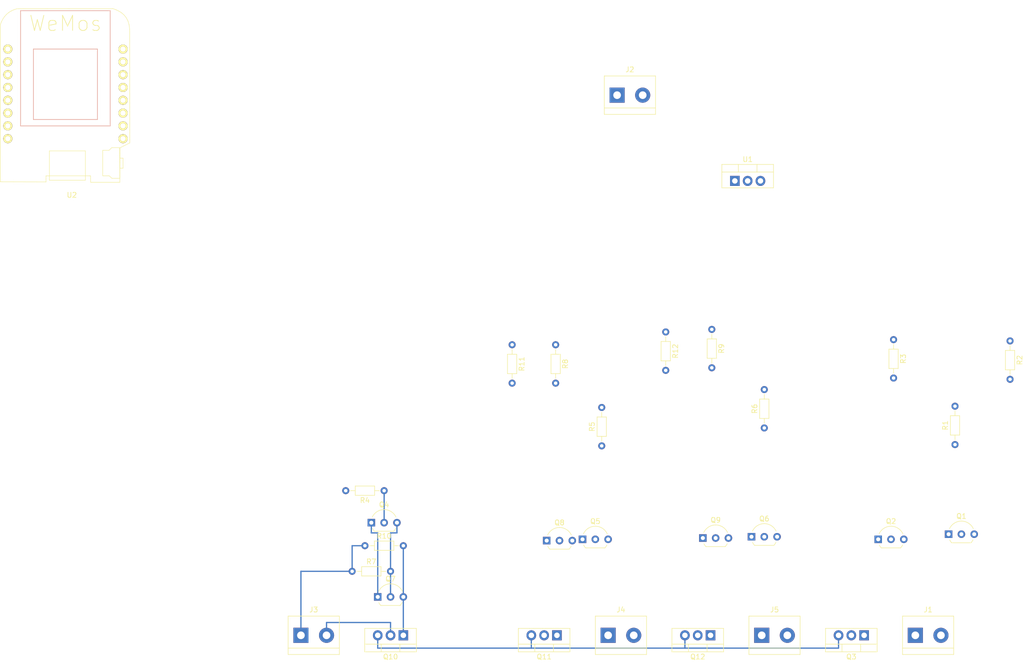
<source format=kicad_pcb>
(kicad_pcb (version 20171130) (host pcbnew "(5.0.2)-1")

  (general
    (thickness 1.6)
    (drawings 0)
    (tracks 26)
    (zones 0)
    (modules 31)
    (nets 34)
  )

  (page A4)
  (layers
    (0 F.Cu signal)
    (31 B.Cu signal)
    (32 B.Adhes user)
    (33 F.Adhes user)
    (34 B.Paste user)
    (35 F.Paste user)
    (36 B.SilkS user)
    (37 F.SilkS user)
    (38 B.Mask user)
    (39 F.Mask user)
    (40 Dwgs.User user)
    (41 Cmts.User user)
    (42 Eco1.User user)
    (43 Eco2.User user)
    (44 Edge.Cuts user)
    (45 Margin user)
    (46 B.CrtYd user)
    (47 F.CrtYd user)
    (48 B.Fab user)
    (49 F.Fab user)
  )

  (setup
    (last_trace_width 0.25)
    (trace_clearance 0.2)
    (zone_clearance 0.508)
    (zone_45_only no)
    (trace_min 0.2)
    (segment_width 0.2)
    (edge_width 0.15)
    (via_size 0.8)
    (via_drill 0.4)
    (via_min_size 0.4)
    (via_min_drill 0.3)
    (uvia_size 0.3)
    (uvia_drill 0.1)
    (uvias_allowed no)
    (uvia_min_size 0.2)
    (uvia_min_drill 0.1)
    (pcb_text_width 0.3)
    (pcb_text_size 1.5 1.5)
    (mod_edge_width 0.15)
    (mod_text_size 1 1)
    (mod_text_width 0.15)
    (pad_size 1.524 1.524)
    (pad_drill 0.762)
    (pad_to_mask_clearance 0.051)
    (solder_mask_min_width 0.25)
    (aux_axis_origin 0 0)
    (visible_elements 7FFFFFFF)
    (pcbplotparams
      (layerselection 0x010fc_ffffffff)
      (usegerberextensions false)
      (usegerberattributes false)
      (usegerberadvancedattributes false)
      (creategerberjobfile false)
      (excludeedgelayer true)
      (linewidth 0.100000)
      (plotframeref false)
      (viasonmask false)
      (mode 1)
      (useauxorigin false)
      (hpglpennumber 1)
      (hpglpenspeed 20)
      (hpglpendiameter 15.000000)
      (psnegative false)
      (psa4output false)
      (plotreference true)
      (plotvalue true)
      (plotinvisibletext false)
      (padsonsilk false)
      (subtractmaskfromsilk false)
      (outputformat 1)
      (mirror false)
      (drillshape 1)
      (scaleselection 1)
      (outputdirectory ""))
  )

  (net 0 "")
  (net 1 OUT1-)
  (net 2 12V)
  (net 3 GND)
  (net 4 OUT4-)
  (net 5 OUT3-)
  (net 6 OUT2-)
  (net 7 "Net-(Q1-Pad2)")
  (net 8 "Net-(Q1-Pad3)")
  (net 9 "Net-(Q2-Pad3)")
  (net 10 "Net-(Q4-Pad2)")
  (net 11 "Net-(Q4-Pad3)")
  (net 12 "Net-(Q5-Pad3)")
  (net 13 "Net-(Q5-Pad2)")
  (net 14 "Net-(Q6-Pad3)")
  (net 15 "Net-(Q6-Pad2)")
  (net 16 "Net-(Q10-Pad1)")
  (net 17 "Net-(Q11-Pad1)")
  (net 18 "Net-(Q12-Pad1)")
  (net 19 CTRL1)
  (net 20 CTRL4)
  (net 21 CTRL3)
  (net 22 CTRL2)
  (net 23 5V)
  (net 24 "Net-(U2-Pad8)")
  (net 25 "Net-(U2-Pad7)")
  (net 26 "Net-(U2-Pad6)")
  (net 27 "Net-(U2-Pad5)")
  (net 28 "Net-(U2-Pad4)")
  (net 29 "Net-(U2-Pad3)")
  (net 30 "Net-(U2-Pad16)")
  (net 31 "Net-(U2-Pad11)")
  (net 32 "Net-(U2-Pad10)")
  (net 33 "Net-(U2-Pad9)")

  (net_class Default "This is the default net class."
    (clearance 0.2)
    (trace_width 0.25)
    (via_dia 0.8)
    (via_drill 0.4)
    (uvia_dia 0.3)
    (uvia_drill 0.1)
    (add_net 12V)
    (add_net 5V)
    (add_net CTRL1)
    (add_net CTRL2)
    (add_net CTRL3)
    (add_net CTRL4)
    (add_net GND)
    (add_net "Net-(Q1-Pad2)")
    (add_net "Net-(Q1-Pad3)")
    (add_net "Net-(Q10-Pad1)")
    (add_net "Net-(Q11-Pad1)")
    (add_net "Net-(Q12-Pad1)")
    (add_net "Net-(Q2-Pad3)")
    (add_net "Net-(Q4-Pad2)")
    (add_net "Net-(Q4-Pad3)")
    (add_net "Net-(Q5-Pad2)")
    (add_net "Net-(Q5-Pad3)")
    (add_net "Net-(Q6-Pad2)")
    (add_net "Net-(Q6-Pad3)")
    (add_net "Net-(U2-Pad10)")
    (add_net "Net-(U2-Pad11)")
    (add_net "Net-(U2-Pad16)")
    (add_net "Net-(U2-Pad3)")
    (add_net "Net-(U2-Pad4)")
    (add_net "Net-(U2-Pad5)")
    (add_net "Net-(U2-Pad6)")
    (add_net "Net-(U2-Pad7)")
    (add_net "Net-(U2-Pad8)")
    (add_net "Net-(U2-Pad9)")
    (add_net OUT1-)
    (add_net OUT2-)
    (add_net OUT3-)
    (add_net OUT4-)
  )

  (module Resistor_THT:R_Axial_DIN0204_L3.6mm_D1.6mm_P7.62mm_Horizontal (layer F.Cu) (tedit 5AE5139B) (tstamp 5DD64BB8)
    (at 239.014 127.254 90)
    (descr "Resistor, Axial_DIN0204 series, Axial, Horizontal, pin pitch=7.62mm, 0.167W, length*diameter=3.6*1.6mm^2, http://cdn-reichelt.de/documents/datenblatt/B400/1_4W%23YAG.pdf")
    (tags "Resistor Axial_DIN0204 series Axial Horizontal pin pitch 7.62mm 0.167W length 3.6mm diameter 1.6mm")
    (path /5DC9E076)
    (fp_text reference R1 (at 3.81 -1.92 90) (layer F.SilkS)
      (effects (font (size 1 1) (thickness 0.15)))
    )
    (fp_text value 200 (at 3.81 1.92 90) (layer F.Fab)
      (effects (font (size 1 1) (thickness 0.15)))
    )
    (fp_text user %R (at 3.81 0 90) (layer F.Fab)
      (effects (font (size 0.72 0.72) (thickness 0.108)))
    )
    (fp_line (start 8.57 -1.05) (end -0.95 -1.05) (layer F.CrtYd) (width 0.05))
    (fp_line (start 8.57 1.05) (end 8.57 -1.05) (layer F.CrtYd) (width 0.05))
    (fp_line (start -0.95 1.05) (end 8.57 1.05) (layer F.CrtYd) (width 0.05))
    (fp_line (start -0.95 -1.05) (end -0.95 1.05) (layer F.CrtYd) (width 0.05))
    (fp_line (start 6.68 0) (end 5.73 0) (layer F.SilkS) (width 0.12))
    (fp_line (start 0.94 0) (end 1.89 0) (layer F.SilkS) (width 0.12))
    (fp_line (start 5.73 -0.92) (end 1.89 -0.92) (layer F.SilkS) (width 0.12))
    (fp_line (start 5.73 0.92) (end 5.73 -0.92) (layer F.SilkS) (width 0.12))
    (fp_line (start 1.89 0.92) (end 5.73 0.92) (layer F.SilkS) (width 0.12))
    (fp_line (start 1.89 -0.92) (end 1.89 0.92) (layer F.SilkS) (width 0.12))
    (fp_line (start 7.62 0) (end 5.61 0) (layer F.Fab) (width 0.1))
    (fp_line (start 0 0) (end 2.01 0) (layer F.Fab) (width 0.1))
    (fp_line (start 5.61 -0.8) (end 2.01 -0.8) (layer F.Fab) (width 0.1))
    (fp_line (start 5.61 0.8) (end 5.61 -0.8) (layer F.Fab) (width 0.1))
    (fp_line (start 2.01 0.8) (end 5.61 0.8) (layer F.Fab) (width 0.1))
    (fp_line (start 2.01 -0.8) (end 2.01 0.8) (layer F.Fab) (width 0.1))
    (pad 2 thru_hole oval (at 7.62 0 90) (size 1.4 1.4) (drill 0.7) (layers *.Cu *.Mask)
      (net 19 CTRL1))
    (pad 1 thru_hole circle (at 0 0 90) (size 1.4 1.4) (drill 0.7) (layers *.Cu *.Mask)
      (net 7 "Net-(Q1-Pad2)"))
    (model ${KISYS3DMOD}/Resistor_THT.3dshapes/R_Axial_DIN0204_L3.6mm_D1.6mm_P7.62mm_Horizontal.wrl
      (at (xyz 0 0 0))
      (scale (xyz 1 1 1))
      (rotate (xyz 0 0 0))
    )
  )

  (module Resistor_THT:R_Axial_DIN0204_L3.6mm_D1.6mm_P7.62mm_Horizontal (layer F.Cu) (tedit 5AE5139B) (tstamp 5DD64BCF)
    (at 249.936 106.68 270)
    (descr "Resistor, Axial_DIN0204 series, Axial, Horizontal, pin pitch=7.62mm, 0.167W, length*diameter=3.6*1.6mm^2, http://cdn-reichelt.de/documents/datenblatt/B400/1_4W%23YAG.pdf")
    (tags "Resistor Axial_DIN0204 series Axial Horizontal pin pitch 7.62mm 0.167W length 3.6mm diameter 1.6mm")
    (path /5DC9E06A)
    (fp_text reference R2 (at 3.81 -1.92 270) (layer F.SilkS)
      (effects (font (size 1 1) (thickness 0.15)))
    )
    (fp_text value 1K (at 3.81 1.92 270) (layer F.Fab)
      (effects (font (size 1 1) (thickness 0.15)))
    )
    (fp_text user %R (at 3.81 0 270) (layer F.Fab)
      (effects (font (size 0.72 0.72) (thickness 0.108)))
    )
    (fp_line (start 8.57 -1.05) (end -0.95 -1.05) (layer F.CrtYd) (width 0.05))
    (fp_line (start 8.57 1.05) (end 8.57 -1.05) (layer F.CrtYd) (width 0.05))
    (fp_line (start -0.95 1.05) (end 8.57 1.05) (layer F.CrtYd) (width 0.05))
    (fp_line (start -0.95 -1.05) (end -0.95 1.05) (layer F.CrtYd) (width 0.05))
    (fp_line (start 6.68 0) (end 5.73 0) (layer F.SilkS) (width 0.12))
    (fp_line (start 0.94 0) (end 1.89 0) (layer F.SilkS) (width 0.12))
    (fp_line (start 5.73 -0.92) (end 1.89 -0.92) (layer F.SilkS) (width 0.12))
    (fp_line (start 5.73 0.92) (end 5.73 -0.92) (layer F.SilkS) (width 0.12))
    (fp_line (start 1.89 0.92) (end 5.73 0.92) (layer F.SilkS) (width 0.12))
    (fp_line (start 1.89 -0.92) (end 1.89 0.92) (layer F.SilkS) (width 0.12))
    (fp_line (start 7.62 0) (end 5.61 0) (layer F.Fab) (width 0.1))
    (fp_line (start 0 0) (end 2.01 0) (layer F.Fab) (width 0.1))
    (fp_line (start 5.61 -0.8) (end 2.01 -0.8) (layer F.Fab) (width 0.1))
    (fp_line (start 5.61 0.8) (end 5.61 -0.8) (layer F.Fab) (width 0.1))
    (fp_line (start 2.01 0.8) (end 5.61 0.8) (layer F.Fab) (width 0.1))
    (fp_line (start 2.01 -0.8) (end 2.01 0.8) (layer F.Fab) (width 0.1))
    (pad 2 thru_hole oval (at 7.62 0 270) (size 1.4 1.4) (drill 0.7) (layers *.Cu *.Mask)
      (net 8 "Net-(Q1-Pad3)"))
    (pad 1 thru_hole circle (at 0 0 270) (size 1.4 1.4) (drill 0.7) (layers *.Cu *.Mask)
      (net 2 12V))
    (model ${KISYS3DMOD}/Resistor_THT.3dshapes/R_Axial_DIN0204_L3.6mm_D1.6mm_P7.62mm_Horizontal.wrl
      (at (xyz 0 0 0))
      (scale (xyz 1 1 1))
      (rotate (xyz 0 0 0))
    )
  )

  (module Resistor_THT:R_Axial_DIN0204_L3.6mm_D1.6mm_P7.62mm_Horizontal (layer F.Cu) (tedit 5AE5139B) (tstamp 5DD64BE6)
    (at 226.822 106.426 270)
    (descr "Resistor, Axial_DIN0204 series, Axial, Horizontal, pin pitch=7.62mm, 0.167W, length*diameter=3.6*1.6mm^2, http://cdn-reichelt.de/documents/datenblatt/B400/1_4W%23YAG.pdf")
    (tags "Resistor Axial_DIN0204 series Axial Horizontal pin pitch 7.62mm 0.167W length 3.6mm diameter 1.6mm")
    (path /5DC9E070)
    (fp_text reference R3 (at 3.81 -1.92 270) (layer F.SilkS)
      (effects (font (size 1 1) (thickness 0.15)))
    )
    (fp_text value 500 (at 3.81 1.92 270) (layer F.Fab)
      (effects (font (size 1 1) (thickness 0.15)))
    )
    (fp_text user %R (at 3.81 0 270) (layer F.Fab)
      (effects (font (size 0.72 0.72) (thickness 0.108)))
    )
    (fp_line (start 8.57 -1.05) (end -0.95 -1.05) (layer F.CrtYd) (width 0.05))
    (fp_line (start 8.57 1.05) (end 8.57 -1.05) (layer F.CrtYd) (width 0.05))
    (fp_line (start -0.95 1.05) (end 8.57 1.05) (layer F.CrtYd) (width 0.05))
    (fp_line (start -0.95 -1.05) (end -0.95 1.05) (layer F.CrtYd) (width 0.05))
    (fp_line (start 6.68 0) (end 5.73 0) (layer F.SilkS) (width 0.12))
    (fp_line (start 0.94 0) (end 1.89 0) (layer F.SilkS) (width 0.12))
    (fp_line (start 5.73 -0.92) (end 1.89 -0.92) (layer F.SilkS) (width 0.12))
    (fp_line (start 5.73 0.92) (end 5.73 -0.92) (layer F.SilkS) (width 0.12))
    (fp_line (start 1.89 0.92) (end 5.73 0.92) (layer F.SilkS) (width 0.12))
    (fp_line (start 1.89 -0.92) (end 1.89 0.92) (layer F.SilkS) (width 0.12))
    (fp_line (start 7.62 0) (end 5.61 0) (layer F.Fab) (width 0.1))
    (fp_line (start 0 0) (end 2.01 0) (layer F.Fab) (width 0.1))
    (fp_line (start 5.61 -0.8) (end 2.01 -0.8) (layer F.Fab) (width 0.1))
    (fp_line (start 5.61 0.8) (end 5.61 -0.8) (layer F.Fab) (width 0.1))
    (fp_line (start 2.01 0.8) (end 5.61 0.8) (layer F.Fab) (width 0.1))
    (fp_line (start 2.01 -0.8) (end 2.01 0.8) (layer F.Fab) (width 0.1))
    (pad 2 thru_hole oval (at 7.62 0 270) (size 1.4 1.4) (drill 0.7) (layers *.Cu *.Mask)
      (net 9 "Net-(Q2-Pad3)"))
    (pad 1 thru_hole circle (at 0 0 270) (size 1.4 1.4) (drill 0.7) (layers *.Cu *.Mask)
      (net 2 12V))
    (model ${KISYS3DMOD}/Resistor_THT.3dshapes/R_Axial_DIN0204_L3.6mm_D1.6mm_P7.62mm_Horizontal.wrl
      (at (xyz 0 0 0))
      (scale (xyz 1 1 1))
      (rotate (xyz 0 0 0))
    )
  )

  (module Resistor_THT:R_Axial_DIN0204_L3.6mm_D1.6mm_P7.62mm_Horizontal (layer F.Cu) (tedit 5AE5139B) (tstamp 5DD64BFD)
    (at 125.73 136.398 180)
    (descr "Resistor, Axial_DIN0204 series, Axial, Horizontal, pin pitch=7.62mm, 0.167W, length*diameter=3.6*1.6mm^2, http://cdn-reichelt.de/documents/datenblatt/B400/1_4W%23YAG.pdf")
    (tags "Resistor Axial_DIN0204 series Axial Horizontal pin pitch 7.62mm 0.167W length 3.6mm diameter 1.6mm")
    (path /5DC9C9FF)
    (fp_text reference R4 (at 3.81 -1.92 180) (layer F.SilkS)
      (effects (font (size 1 1) (thickness 0.15)))
    )
    (fp_text value 200 (at 3.81 1.92 180) (layer F.Fab)
      (effects (font (size 1 1) (thickness 0.15)))
    )
    (fp_text user %R (at 3.81 0 180) (layer F.Fab)
      (effects (font (size 0.72 0.72) (thickness 0.108)))
    )
    (fp_line (start 8.57 -1.05) (end -0.95 -1.05) (layer F.CrtYd) (width 0.05))
    (fp_line (start 8.57 1.05) (end 8.57 -1.05) (layer F.CrtYd) (width 0.05))
    (fp_line (start -0.95 1.05) (end 8.57 1.05) (layer F.CrtYd) (width 0.05))
    (fp_line (start -0.95 -1.05) (end -0.95 1.05) (layer F.CrtYd) (width 0.05))
    (fp_line (start 6.68 0) (end 5.73 0) (layer F.SilkS) (width 0.12))
    (fp_line (start 0.94 0) (end 1.89 0) (layer F.SilkS) (width 0.12))
    (fp_line (start 5.73 -0.92) (end 1.89 -0.92) (layer F.SilkS) (width 0.12))
    (fp_line (start 5.73 0.92) (end 5.73 -0.92) (layer F.SilkS) (width 0.12))
    (fp_line (start 1.89 0.92) (end 5.73 0.92) (layer F.SilkS) (width 0.12))
    (fp_line (start 1.89 -0.92) (end 1.89 0.92) (layer F.SilkS) (width 0.12))
    (fp_line (start 7.62 0) (end 5.61 0) (layer F.Fab) (width 0.1))
    (fp_line (start 0 0) (end 2.01 0) (layer F.Fab) (width 0.1))
    (fp_line (start 5.61 -0.8) (end 2.01 -0.8) (layer F.Fab) (width 0.1))
    (fp_line (start 5.61 0.8) (end 5.61 -0.8) (layer F.Fab) (width 0.1))
    (fp_line (start 2.01 0.8) (end 5.61 0.8) (layer F.Fab) (width 0.1))
    (fp_line (start 2.01 -0.8) (end 2.01 0.8) (layer F.Fab) (width 0.1))
    (pad 2 thru_hole oval (at 7.62 0 180) (size 1.4 1.4) (drill 0.7) (layers *.Cu *.Mask)
      (net 20 CTRL4))
    (pad 1 thru_hole circle (at 0 0 180) (size 1.4 1.4) (drill 0.7) (layers *.Cu *.Mask)
      (net 10 "Net-(Q4-Pad2)"))
    (model ${KISYS3DMOD}/Resistor_THT.3dshapes/R_Axial_DIN0204_L3.6mm_D1.6mm_P7.62mm_Horizontal.wrl
      (at (xyz 0 0 0))
      (scale (xyz 1 1 1))
      (rotate (xyz 0 0 0))
    )
  )

  (module Resistor_THT:R_Axial_DIN0204_L3.6mm_D1.6mm_P7.62mm_Horizontal (layer F.Cu) (tedit 5AE5139B) (tstamp 5DD64C14)
    (at 168.91 127.508 90)
    (descr "Resistor, Axial_DIN0204 series, Axial, Horizontal, pin pitch=7.62mm, 0.167W, length*diameter=3.6*1.6mm^2, http://cdn-reichelt.de/documents/datenblatt/B400/1_4W%23YAG.pdf")
    (tags "Resistor Axial_DIN0204 series Axial Horizontal pin pitch 7.62mm 0.167W length 3.6mm diameter 1.6mm")
    (path /5DC98B10)
    (fp_text reference R5 (at 3.81 -1.92 90) (layer F.SilkS)
      (effects (font (size 1 1) (thickness 0.15)))
    )
    (fp_text value 200 (at 3.81 1.92 90) (layer F.Fab)
      (effects (font (size 1 1) (thickness 0.15)))
    )
    (fp_text user %R (at 3.81 0 90) (layer F.Fab)
      (effects (font (size 0.72 0.72) (thickness 0.108)))
    )
    (fp_line (start 8.57 -1.05) (end -0.95 -1.05) (layer F.CrtYd) (width 0.05))
    (fp_line (start 8.57 1.05) (end 8.57 -1.05) (layer F.CrtYd) (width 0.05))
    (fp_line (start -0.95 1.05) (end 8.57 1.05) (layer F.CrtYd) (width 0.05))
    (fp_line (start -0.95 -1.05) (end -0.95 1.05) (layer F.CrtYd) (width 0.05))
    (fp_line (start 6.68 0) (end 5.73 0) (layer F.SilkS) (width 0.12))
    (fp_line (start 0.94 0) (end 1.89 0) (layer F.SilkS) (width 0.12))
    (fp_line (start 5.73 -0.92) (end 1.89 -0.92) (layer F.SilkS) (width 0.12))
    (fp_line (start 5.73 0.92) (end 5.73 -0.92) (layer F.SilkS) (width 0.12))
    (fp_line (start 1.89 0.92) (end 5.73 0.92) (layer F.SilkS) (width 0.12))
    (fp_line (start 1.89 -0.92) (end 1.89 0.92) (layer F.SilkS) (width 0.12))
    (fp_line (start 7.62 0) (end 5.61 0) (layer F.Fab) (width 0.1))
    (fp_line (start 0 0) (end 2.01 0) (layer F.Fab) (width 0.1))
    (fp_line (start 5.61 -0.8) (end 2.01 -0.8) (layer F.Fab) (width 0.1))
    (fp_line (start 5.61 0.8) (end 5.61 -0.8) (layer F.Fab) (width 0.1))
    (fp_line (start 2.01 0.8) (end 5.61 0.8) (layer F.Fab) (width 0.1))
    (fp_line (start 2.01 -0.8) (end 2.01 0.8) (layer F.Fab) (width 0.1))
    (pad 2 thru_hole oval (at 7.62 0 90) (size 1.4 1.4) (drill 0.7) (layers *.Cu *.Mask)
      (net 21 CTRL3))
    (pad 1 thru_hole circle (at 0 0 90) (size 1.4 1.4) (drill 0.7) (layers *.Cu *.Mask)
      (net 13 "Net-(Q5-Pad2)"))
    (model ${KISYS3DMOD}/Resistor_THT.3dshapes/R_Axial_DIN0204_L3.6mm_D1.6mm_P7.62mm_Horizontal.wrl
      (at (xyz 0 0 0))
      (scale (xyz 1 1 1))
      (rotate (xyz 0 0 0))
    )
  )

  (module Resistor_THT:R_Axial_DIN0204_L3.6mm_D1.6mm_P7.62mm_Horizontal (layer F.Cu) (tedit 5AE5139B) (tstamp 5DD64C2B)
    (at 201.168 123.952 90)
    (descr "Resistor, Axial_DIN0204 series, Axial, Horizontal, pin pitch=7.62mm, 0.167W, length*diameter=3.6*1.6mm^2, http://cdn-reichelt.de/documents/datenblatt/B400/1_4W%23YAG.pdf")
    (tags "Resistor Axial_DIN0204 series Axial Horizontal pin pitch 7.62mm 0.167W length 3.6mm diameter 1.6mm")
    (path /5DC9C17A)
    (fp_text reference R6 (at 3.81 -1.92 90) (layer F.SilkS)
      (effects (font (size 1 1) (thickness 0.15)))
    )
    (fp_text value 200 (at 3.81 1.92 90) (layer F.Fab)
      (effects (font (size 1 1) (thickness 0.15)))
    )
    (fp_text user %R (at 3.81 0 90) (layer F.Fab)
      (effects (font (size 0.72 0.72) (thickness 0.108)))
    )
    (fp_line (start 8.57 -1.05) (end -0.95 -1.05) (layer F.CrtYd) (width 0.05))
    (fp_line (start 8.57 1.05) (end 8.57 -1.05) (layer F.CrtYd) (width 0.05))
    (fp_line (start -0.95 1.05) (end 8.57 1.05) (layer F.CrtYd) (width 0.05))
    (fp_line (start -0.95 -1.05) (end -0.95 1.05) (layer F.CrtYd) (width 0.05))
    (fp_line (start 6.68 0) (end 5.73 0) (layer F.SilkS) (width 0.12))
    (fp_line (start 0.94 0) (end 1.89 0) (layer F.SilkS) (width 0.12))
    (fp_line (start 5.73 -0.92) (end 1.89 -0.92) (layer F.SilkS) (width 0.12))
    (fp_line (start 5.73 0.92) (end 5.73 -0.92) (layer F.SilkS) (width 0.12))
    (fp_line (start 1.89 0.92) (end 5.73 0.92) (layer F.SilkS) (width 0.12))
    (fp_line (start 1.89 -0.92) (end 1.89 0.92) (layer F.SilkS) (width 0.12))
    (fp_line (start 7.62 0) (end 5.61 0) (layer F.Fab) (width 0.1))
    (fp_line (start 0 0) (end 2.01 0) (layer F.Fab) (width 0.1))
    (fp_line (start 5.61 -0.8) (end 2.01 -0.8) (layer F.Fab) (width 0.1))
    (fp_line (start 5.61 0.8) (end 5.61 -0.8) (layer F.Fab) (width 0.1))
    (fp_line (start 2.01 0.8) (end 5.61 0.8) (layer F.Fab) (width 0.1))
    (fp_line (start 2.01 -0.8) (end 2.01 0.8) (layer F.Fab) (width 0.1))
    (pad 2 thru_hole oval (at 7.62 0 90) (size 1.4 1.4) (drill 0.7) (layers *.Cu *.Mask)
      (net 22 CTRL2))
    (pad 1 thru_hole circle (at 0 0 90) (size 1.4 1.4) (drill 0.7) (layers *.Cu *.Mask)
      (net 15 "Net-(Q6-Pad2)"))
    (model ${KISYS3DMOD}/Resistor_THT.3dshapes/R_Axial_DIN0204_L3.6mm_D1.6mm_P7.62mm_Horizontal.wrl
      (at (xyz 0 0 0))
      (scale (xyz 1 1 1))
      (rotate (xyz 0 0 0))
    )
  )

  (module Resistor_THT:R_Axial_DIN0204_L3.6mm_D1.6mm_P7.62mm_Horizontal (layer F.Cu) (tedit 5AE5139B) (tstamp 5DD64C59)
    (at 159.766 107.442 270)
    (descr "Resistor, Axial_DIN0204 series, Axial, Horizontal, pin pitch=7.62mm, 0.167W, length*diameter=3.6*1.6mm^2, http://cdn-reichelt.de/documents/datenblatt/B400/1_4W%23YAG.pdf")
    (tags "Resistor Axial_DIN0204 series Axial Horizontal pin pitch 7.62mm 0.167W length 3.6mm diameter 1.6mm")
    (path /5DC9868F)
    (fp_text reference R8 (at 3.81 -1.92 270) (layer F.SilkS)
      (effects (font (size 1 1) (thickness 0.15)))
    )
    (fp_text value 1K (at 3.81 1.92 270) (layer F.Fab)
      (effects (font (size 1 1) (thickness 0.15)))
    )
    (fp_text user %R (at 3.81 0 270) (layer F.Fab)
      (effects (font (size 0.72 0.72) (thickness 0.108)))
    )
    (fp_line (start 8.57 -1.05) (end -0.95 -1.05) (layer F.CrtYd) (width 0.05))
    (fp_line (start 8.57 1.05) (end 8.57 -1.05) (layer F.CrtYd) (width 0.05))
    (fp_line (start -0.95 1.05) (end 8.57 1.05) (layer F.CrtYd) (width 0.05))
    (fp_line (start -0.95 -1.05) (end -0.95 1.05) (layer F.CrtYd) (width 0.05))
    (fp_line (start 6.68 0) (end 5.73 0) (layer F.SilkS) (width 0.12))
    (fp_line (start 0.94 0) (end 1.89 0) (layer F.SilkS) (width 0.12))
    (fp_line (start 5.73 -0.92) (end 1.89 -0.92) (layer F.SilkS) (width 0.12))
    (fp_line (start 5.73 0.92) (end 5.73 -0.92) (layer F.SilkS) (width 0.12))
    (fp_line (start 1.89 0.92) (end 5.73 0.92) (layer F.SilkS) (width 0.12))
    (fp_line (start 1.89 -0.92) (end 1.89 0.92) (layer F.SilkS) (width 0.12))
    (fp_line (start 7.62 0) (end 5.61 0) (layer F.Fab) (width 0.1))
    (fp_line (start 0 0) (end 2.01 0) (layer F.Fab) (width 0.1))
    (fp_line (start 5.61 -0.8) (end 2.01 -0.8) (layer F.Fab) (width 0.1))
    (fp_line (start 5.61 0.8) (end 5.61 -0.8) (layer F.Fab) (width 0.1))
    (fp_line (start 2.01 0.8) (end 5.61 0.8) (layer F.Fab) (width 0.1))
    (fp_line (start 2.01 -0.8) (end 2.01 0.8) (layer F.Fab) (width 0.1))
    (pad 2 thru_hole oval (at 7.62 0 270) (size 1.4 1.4) (drill 0.7) (layers *.Cu *.Mask)
      (net 12 "Net-(Q5-Pad3)"))
    (pad 1 thru_hole circle (at 0 0 270) (size 1.4 1.4) (drill 0.7) (layers *.Cu *.Mask)
      (net 2 12V))
    (model ${KISYS3DMOD}/Resistor_THT.3dshapes/R_Axial_DIN0204_L3.6mm_D1.6mm_P7.62mm_Horizontal.wrl
      (at (xyz 0 0 0))
      (scale (xyz 1 1 1))
      (rotate (xyz 0 0 0))
    )
  )

  (module Resistor_THT:R_Axial_DIN0204_L3.6mm_D1.6mm_P7.62mm_Horizontal (layer F.Cu) (tedit 5AE5139B) (tstamp 5DD64C70)
    (at 190.754 104.394 270)
    (descr "Resistor, Axial_DIN0204 series, Axial, Horizontal, pin pitch=7.62mm, 0.167W, length*diameter=3.6*1.6mm^2, http://cdn-reichelt.de/documents/datenblatt/B400/1_4W%23YAG.pdf")
    (tags "Resistor Axial_DIN0204 series Axial Horizontal pin pitch 7.62mm 0.167W length 3.6mm diameter 1.6mm")
    (path /5DC9C16E)
    (fp_text reference R9 (at 3.81 -1.92 270) (layer F.SilkS)
      (effects (font (size 1 1) (thickness 0.15)))
    )
    (fp_text value 1K (at 3.81 1.92 270) (layer F.Fab)
      (effects (font (size 1 1) (thickness 0.15)))
    )
    (fp_text user %R (at 3.81 0 270) (layer F.Fab)
      (effects (font (size 0.72 0.72) (thickness 0.108)))
    )
    (fp_line (start 8.57 -1.05) (end -0.95 -1.05) (layer F.CrtYd) (width 0.05))
    (fp_line (start 8.57 1.05) (end 8.57 -1.05) (layer F.CrtYd) (width 0.05))
    (fp_line (start -0.95 1.05) (end 8.57 1.05) (layer F.CrtYd) (width 0.05))
    (fp_line (start -0.95 -1.05) (end -0.95 1.05) (layer F.CrtYd) (width 0.05))
    (fp_line (start 6.68 0) (end 5.73 0) (layer F.SilkS) (width 0.12))
    (fp_line (start 0.94 0) (end 1.89 0) (layer F.SilkS) (width 0.12))
    (fp_line (start 5.73 -0.92) (end 1.89 -0.92) (layer F.SilkS) (width 0.12))
    (fp_line (start 5.73 0.92) (end 5.73 -0.92) (layer F.SilkS) (width 0.12))
    (fp_line (start 1.89 0.92) (end 5.73 0.92) (layer F.SilkS) (width 0.12))
    (fp_line (start 1.89 -0.92) (end 1.89 0.92) (layer F.SilkS) (width 0.12))
    (fp_line (start 7.62 0) (end 5.61 0) (layer F.Fab) (width 0.1))
    (fp_line (start 0 0) (end 2.01 0) (layer F.Fab) (width 0.1))
    (fp_line (start 5.61 -0.8) (end 2.01 -0.8) (layer F.Fab) (width 0.1))
    (fp_line (start 5.61 0.8) (end 5.61 -0.8) (layer F.Fab) (width 0.1))
    (fp_line (start 2.01 0.8) (end 5.61 0.8) (layer F.Fab) (width 0.1))
    (fp_line (start 2.01 -0.8) (end 2.01 0.8) (layer F.Fab) (width 0.1))
    (pad 2 thru_hole oval (at 7.62 0 270) (size 1.4 1.4) (drill 0.7) (layers *.Cu *.Mask)
      (net 14 "Net-(Q6-Pad3)"))
    (pad 1 thru_hole circle (at 0 0 270) (size 1.4 1.4) (drill 0.7) (layers *.Cu *.Mask)
      (net 2 12V))
    (model ${KISYS3DMOD}/Resistor_THT.3dshapes/R_Axial_DIN0204_L3.6mm_D1.6mm_P7.62mm_Horizontal.wrl
      (at (xyz 0 0 0))
      (scale (xyz 1 1 1))
      (rotate (xyz 0 0 0))
    )
  )

  (module Resistor_THT:R_Axial_DIN0204_L3.6mm_D1.6mm_P7.62mm_Horizontal (layer F.Cu) (tedit 5AE5139B) (tstamp 5DD64C87)
    (at 121.92 147.32)
    (descr "Resistor, Axial_DIN0204 series, Axial, Horizontal, pin pitch=7.62mm, 0.167W, length*diameter=3.6*1.6mm^2, http://cdn-reichelt.de/documents/datenblatt/B400/1_4W%23YAG.pdf")
    (tags "Resistor Axial_DIN0204 series Axial Horizontal pin pitch 7.62mm 0.167W length 3.6mm diameter 1.6mm")
    (path /5DC9C9F9)
    (fp_text reference R10 (at 3.81 -1.92) (layer F.SilkS)
      (effects (font (size 1 1) (thickness 0.15)))
    )
    (fp_text value 500 (at 3.81 1.92) (layer F.Fab)
      (effects (font (size 1 1) (thickness 0.15)))
    )
    (fp_text user %R (at 3.81 0) (layer F.Fab)
      (effects (font (size 0.72 0.72) (thickness 0.108)))
    )
    (fp_line (start 8.57 -1.05) (end -0.95 -1.05) (layer F.CrtYd) (width 0.05))
    (fp_line (start 8.57 1.05) (end 8.57 -1.05) (layer F.CrtYd) (width 0.05))
    (fp_line (start -0.95 1.05) (end 8.57 1.05) (layer F.CrtYd) (width 0.05))
    (fp_line (start -0.95 -1.05) (end -0.95 1.05) (layer F.CrtYd) (width 0.05))
    (fp_line (start 6.68 0) (end 5.73 0) (layer F.SilkS) (width 0.12))
    (fp_line (start 0.94 0) (end 1.89 0) (layer F.SilkS) (width 0.12))
    (fp_line (start 5.73 -0.92) (end 1.89 -0.92) (layer F.SilkS) (width 0.12))
    (fp_line (start 5.73 0.92) (end 5.73 -0.92) (layer F.SilkS) (width 0.12))
    (fp_line (start 1.89 0.92) (end 5.73 0.92) (layer F.SilkS) (width 0.12))
    (fp_line (start 1.89 -0.92) (end 1.89 0.92) (layer F.SilkS) (width 0.12))
    (fp_line (start 7.62 0) (end 5.61 0) (layer F.Fab) (width 0.1))
    (fp_line (start 0 0) (end 2.01 0) (layer F.Fab) (width 0.1))
    (fp_line (start 5.61 -0.8) (end 2.01 -0.8) (layer F.Fab) (width 0.1))
    (fp_line (start 5.61 0.8) (end 5.61 -0.8) (layer F.Fab) (width 0.1))
    (fp_line (start 2.01 0.8) (end 5.61 0.8) (layer F.Fab) (width 0.1))
    (fp_line (start 2.01 -0.8) (end 2.01 0.8) (layer F.Fab) (width 0.1))
    (pad 2 thru_hole oval (at 7.62 0) (size 1.4 1.4) (drill 0.7) (layers *.Cu *.Mask)
      (net 16 "Net-(Q10-Pad1)"))
    (pad 1 thru_hole circle (at 0 0) (size 1.4 1.4) (drill 0.7) (layers *.Cu *.Mask)
      (net 2 12V))
    (model ${KISYS3DMOD}/Resistor_THT.3dshapes/R_Axial_DIN0204_L3.6mm_D1.6mm_P7.62mm_Horizontal.wrl
      (at (xyz 0 0 0))
      (scale (xyz 1 1 1))
      (rotate (xyz 0 0 0))
    )
  )

  (module Resistor_THT:R_Axial_DIN0204_L3.6mm_D1.6mm_P7.62mm_Horizontal (layer F.Cu) (tedit 5AE5139B) (tstamp 5DD64C9E)
    (at 151.13 107.442 270)
    (descr "Resistor, Axial_DIN0204 series, Axial, Horizontal, pin pitch=7.62mm, 0.167W, length*diameter=3.6*1.6mm^2, http://cdn-reichelt.de/documents/datenblatt/B400/1_4W%23YAG.pdf")
    (tags "Resistor Axial_DIN0204 series Axial Horizontal pin pitch 7.62mm 0.167W length 3.6mm diameter 1.6mm")
    (path /5DC9887D)
    (fp_text reference R11 (at 3.81 -1.92 270) (layer F.SilkS)
      (effects (font (size 1 1) (thickness 0.15)))
    )
    (fp_text value 500 (at 3.81 1.92 270) (layer F.Fab)
      (effects (font (size 1 1) (thickness 0.15)))
    )
    (fp_text user %R (at 3.81 0 270) (layer F.Fab)
      (effects (font (size 0.72 0.72) (thickness 0.108)))
    )
    (fp_line (start 8.57 -1.05) (end -0.95 -1.05) (layer F.CrtYd) (width 0.05))
    (fp_line (start 8.57 1.05) (end 8.57 -1.05) (layer F.CrtYd) (width 0.05))
    (fp_line (start -0.95 1.05) (end 8.57 1.05) (layer F.CrtYd) (width 0.05))
    (fp_line (start -0.95 -1.05) (end -0.95 1.05) (layer F.CrtYd) (width 0.05))
    (fp_line (start 6.68 0) (end 5.73 0) (layer F.SilkS) (width 0.12))
    (fp_line (start 0.94 0) (end 1.89 0) (layer F.SilkS) (width 0.12))
    (fp_line (start 5.73 -0.92) (end 1.89 -0.92) (layer F.SilkS) (width 0.12))
    (fp_line (start 5.73 0.92) (end 5.73 -0.92) (layer F.SilkS) (width 0.12))
    (fp_line (start 1.89 0.92) (end 5.73 0.92) (layer F.SilkS) (width 0.12))
    (fp_line (start 1.89 -0.92) (end 1.89 0.92) (layer F.SilkS) (width 0.12))
    (fp_line (start 7.62 0) (end 5.61 0) (layer F.Fab) (width 0.1))
    (fp_line (start 0 0) (end 2.01 0) (layer F.Fab) (width 0.1))
    (fp_line (start 5.61 -0.8) (end 2.01 -0.8) (layer F.Fab) (width 0.1))
    (fp_line (start 5.61 0.8) (end 5.61 -0.8) (layer F.Fab) (width 0.1))
    (fp_line (start 2.01 0.8) (end 5.61 0.8) (layer F.Fab) (width 0.1))
    (fp_line (start 2.01 -0.8) (end 2.01 0.8) (layer F.Fab) (width 0.1))
    (pad 2 thru_hole oval (at 7.62 0 270) (size 1.4 1.4) (drill 0.7) (layers *.Cu *.Mask)
      (net 17 "Net-(Q11-Pad1)"))
    (pad 1 thru_hole circle (at 0 0 270) (size 1.4 1.4) (drill 0.7) (layers *.Cu *.Mask)
      (net 2 12V))
    (model ${KISYS3DMOD}/Resistor_THT.3dshapes/R_Axial_DIN0204_L3.6mm_D1.6mm_P7.62mm_Horizontal.wrl
      (at (xyz 0 0 0))
      (scale (xyz 1 1 1))
      (rotate (xyz 0 0 0))
    )
  )

  (module Resistor_THT:R_Axial_DIN0204_L3.6mm_D1.6mm_P7.62mm_Horizontal (layer F.Cu) (tedit 5AE5139B) (tstamp 5DD64CB5)
    (at 181.61 104.902 270)
    (descr "Resistor, Axial_DIN0204 series, Axial, Horizontal, pin pitch=7.62mm, 0.167W, length*diameter=3.6*1.6mm^2, http://cdn-reichelt.de/documents/datenblatt/B400/1_4W%23YAG.pdf")
    (tags "Resistor Axial_DIN0204 series Axial Horizontal pin pitch 7.62mm 0.167W length 3.6mm diameter 1.6mm")
    (path /5DC9C174)
    (fp_text reference R12 (at 3.81 -1.92 270) (layer F.SilkS)
      (effects (font (size 1 1) (thickness 0.15)))
    )
    (fp_text value 500 (at 3.81 1.92 270) (layer F.Fab)
      (effects (font (size 1 1) (thickness 0.15)))
    )
    (fp_text user %R (at 3.81 0 270) (layer F.Fab)
      (effects (font (size 0.72 0.72) (thickness 0.108)))
    )
    (fp_line (start 8.57 -1.05) (end -0.95 -1.05) (layer F.CrtYd) (width 0.05))
    (fp_line (start 8.57 1.05) (end 8.57 -1.05) (layer F.CrtYd) (width 0.05))
    (fp_line (start -0.95 1.05) (end 8.57 1.05) (layer F.CrtYd) (width 0.05))
    (fp_line (start -0.95 -1.05) (end -0.95 1.05) (layer F.CrtYd) (width 0.05))
    (fp_line (start 6.68 0) (end 5.73 0) (layer F.SilkS) (width 0.12))
    (fp_line (start 0.94 0) (end 1.89 0) (layer F.SilkS) (width 0.12))
    (fp_line (start 5.73 -0.92) (end 1.89 -0.92) (layer F.SilkS) (width 0.12))
    (fp_line (start 5.73 0.92) (end 5.73 -0.92) (layer F.SilkS) (width 0.12))
    (fp_line (start 1.89 0.92) (end 5.73 0.92) (layer F.SilkS) (width 0.12))
    (fp_line (start 1.89 -0.92) (end 1.89 0.92) (layer F.SilkS) (width 0.12))
    (fp_line (start 7.62 0) (end 5.61 0) (layer F.Fab) (width 0.1))
    (fp_line (start 0 0) (end 2.01 0) (layer F.Fab) (width 0.1))
    (fp_line (start 5.61 -0.8) (end 2.01 -0.8) (layer F.Fab) (width 0.1))
    (fp_line (start 5.61 0.8) (end 5.61 -0.8) (layer F.Fab) (width 0.1))
    (fp_line (start 2.01 0.8) (end 5.61 0.8) (layer F.Fab) (width 0.1))
    (fp_line (start 2.01 -0.8) (end 2.01 0.8) (layer F.Fab) (width 0.1))
    (pad 2 thru_hole oval (at 7.62 0 270) (size 1.4 1.4) (drill 0.7) (layers *.Cu *.Mask)
      (net 18 "Net-(Q12-Pad1)"))
    (pad 1 thru_hole circle (at 0 0 270) (size 1.4 1.4) (drill 0.7) (layers *.Cu *.Mask)
      (net 2 12V))
    (model ${KISYS3DMOD}/Resistor_THT.3dshapes/R_Axial_DIN0204_L3.6mm_D1.6mm_P7.62mm_Horizontal.wrl
      (at (xyz 0 0 0))
      (scale (xyz 1 1 1))
      (rotate (xyz 0 0 0))
    )
  )

  (module Resistor_THT:R_Axial_DIN0204_L3.6mm_D1.6mm_P7.62mm_Horizontal (layer F.Cu) (tedit 5AE5139B) (tstamp 5DD64C42)
    (at 119.38 152.4)
    (descr "Resistor, Axial_DIN0204 series, Axial, Horizontal, pin pitch=7.62mm, 0.167W, length*diameter=3.6*1.6mm^2, http://cdn-reichelt.de/documents/datenblatt/B400/1_4W%23YAG.pdf")
    (tags "Resistor Axial_DIN0204 series Axial Horizontal pin pitch 7.62mm 0.167W length 3.6mm diameter 1.6mm")
    (path /5DC9C9F3)
    (fp_text reference R7 (at 3.81 -1.92) (layer F.SilkS)
      (effects (font (size 1 1) (thickness 0.15)))
    )
    (fp_text value 1K (at 3.81 1.92) (layer F.Fab)
      (effects (font (size 1 1) (thickness 0.15)))
    )
    (fp_text user %R (at 3.81 0) (layer F.Fab)
      (effects (font (size 0.72 0.72) (thickness 0.108)))
    )
    (fp_line (start 8.57 -1.05) (end -0.95 -1.05) (layer F.CrtYd) (width 0.05))
    (fp_line (start 8.57 1.05) (end 8.57 -1.05) (layer F.CrtYd) (width 0.05))
    (fp_line (start -0.95 1.05) (end 8.57 1.05) (layer F.CrtYd) (width 0.05))
    (fp_line (start -0.95 -1.05) (end -0.95 1.05) (layer F.CrtYd) (width 0.05))
    (fp_line (start 6.68 0) (end 5.73 0) (layer F.SilkS) (width 0.12))
    (fp_line (start 0.94 0) (end 1.89 0) (layer F.SilkS) (width 0.12))
    (fp_line (start 5.73 -0.92) (end 1.89 -0.92) (layer F.SilkS) (width 0.12))
    (fp_line (start 5.73 0.92) (end 5.73 -0.92) (layer F.SilkS) (width 0.12))
    (fp_line (start 1.89 0.92) (end 5.73 0.92) (layer F.SilkS) (width 0.12))
    (fp_line (start 1.89 -0.92) (end 1.89 0.92) (layer F.SilkS) (width 0.12))
    (fp_line (start 7.62 0) (end 5.61 0) (layer F.Fab) (width 0.1))
    (fp_line (start 0 0) (end 2.01 0) (layer F.Fab) (width 0.1))
    (fp_line (start 5.61 -0.8) (end 2.01 -0.8) (layer F.Fab) (width 0.1))
    (fp_line (start 5.61 0.8) (end 5.61 -0.8) (layer F.Fab) (width 0.1))
    (fp_line (start 2.01 0.8) (end 5.61 0.8) (layer F.Fab) (width 0.1))
    (fp_line (start 2.01 -0.8) (end 2.01 0.8) (layer F.Fab) (width 0.1))
    (pad 2 thru_hole oval (at 7.62 0) (size 1.4 1.4) (drill 0.7) (layers *.Cu *.Mask)
      (net 11 "Net-(Q4-Pad3)"))
    (pad 1 thru_hole circle (at 0 0) (size 1.4 1.4) (drill 0.7) (layers *.Cu *.Mask)
      (net 2 12V))
    (model ${KISYS3DMOD}/Resistor_THT.3dshapes/R_Axial_DIN0204_L3.6mm_D1.6mm_P7.62mm_Horizontal.wrl
      (at (xyz 0 0 0))
      (scale (xyz 1 1 1))
      (rotate (xyz 0 0 0))
    )
  )

  (module Package_TO_SOT_THT:TO-92L_Inline_Wide (layer F.Cu) (tedit 5A11996A) (tstamp 5DD64ABB)
    (at 237.744 145.034)
    (descr "TO-92L leads in-line (large body variant of TO-92), also known as TO-226, wide, drill 0.75mm (see https://www.diodes.com/assets/Package-Files/TO92L.pdf and http://www.ti.com/lit/an/snoa059/snoa059.pdf)")
    (tags "TO-92L Inline Wide transistor")
    (path /5DC9E05E)
    (fp_text reference Q1 (at 2.54 -3.56) (layer F.SilkS)
      (effects (font (size 1 1) (thickness 0.15)))
    )
    (fp_text value 2N3904 (at 2.54 2.79) (layer F.Fab)
      (effects (font (size 1 1) (thickness 0.15)))
    )
    (fp_arc (start 2.54 0) (end 4.45 1.7) (angle -15.88591585) (layer F.SilkS) (width 0.12))
    (fp_arc (start 2.54 0) (end 2.54 -2.48) (angle -130.2499344) (layer F.Fab) (width 0.1))
    (fp_arc (start 2.54 0) (end 2.54 -2.48) (angle 129.9527847) (layer F.Fab) (width 0.1))
    (fp_arc (start 2.54 0) (end 2.54 -2.6) (angle 65) (layer F.SilkS) (width 0.12))
    (fp_arc (start 2.54 0) (end 2.54 -2.6) (angle -65) (layer F.SilkS) (width 0.12))
    (fp_arc (start 2.54 0) (end 0.6 1.7) (angle 15.44288892) (layer F.SilkS) (width 0.12))
    (fp_line (start 6.1 1.85) (end -1 1.85) (layer F.CrtYd) (width 0.05))
    (fp_line (start 6.1 1.85) (end 6.1 -2.75) (layer F.CrtYd) (width 0.05))
    (fp_line (start -1 -2.75) (end -1 1.85) (layer F.CrtYd) (width 0.05))
    (fp_line (start -1 -2.75) (end 6.1 -2.75) (layer F.CrtYd) (width 0.05))
    (fp_line (start 0.65 1.6) (end 4.4 1.6) (layer F.Fab) (width 0.1))
    (fp_line (start 0.6 1.7) (end 4.45 1.7) (layer F.SilkS) (width 0.12))
    (fp_text user %R (at 2.54 -3.56) (layer F.Fab)
      (effects (font (size 1 1) (thickness 0.15)))
    )
    (pad 1 thru_hole rect (at 0 0 90) (size 1.5 1.5) (drill 0.8) (layers *.Cu *.Mask)
      (net 3 GND))
    (pad 3 thru_hole circle (at 5.08 0 90) (size 1.5 1.5) (drill 0.8) (layers *.Cu *.Mask)
      (net 8 "Net-(Q1-Pad3)"))
    (pad 2 thru_hole circle (at 2.54 0 90) (size 1.5 1.5) (drill 0.8) (layers *.Cu *.Mask)
      (net 7 "Net-(Q1-Pad2)"))
    (model ${KISYS3DMOD}/Package_TO_SOT_THT.3dshapes/TO-92L_Inline_Wide.wrl
      (at (xyz 0 0 0))
      (scale (xyz 1 1 1))
      (rotate (xyz 0 0 0))
    )
  )

  (module Package_TO_SOT_THT:TO-92L_Inline_Wide (layer F.Cu) (tedit 5A11996A) (tstamp 5DD64ACD)
    (at 223.774 146.05)
    (descr "TO-92L leads in-line (large body variant of TO-92), also known as TO-226, wide, drill 0.75mm (see https://www.diodes.com/assets/Package-Files/TO92L.pdf and http://www.ti.com/lit/an/snoa059/snoa059.pdf)")
    (tags "TO-92L Inline Wide transistor")
    (path /5DC9E064)
    (fp_text reference Q2 (at 2.54 -3.56) (layer F.SilkS)
      (effects (font (size 1 1) (thickness 0.15)))
    )
    (fp_text value 2N3904 (at 2.54 2.79) (layer F.Fab)
      (effects (font (size 1 1) (thickness 0.15)))
    )
    (fp_arc (start 2.54 0) (end 4.45 1.7) (angle -15.88591585) (layer F.SilkS) (width 0.12))
    (fp_arc (start 2.54 0) (end 2.54 -2.48) (angle -130.2499344) (layer F.Fab) (width 0.1))
    (fp_arc (start 2.54 0) (end 2.54 -2.48) (angle 129.9527847) (layer F.Fab) (width 0.1))
    (fp_arc (start 2.54 0) (end 2.54 -2.6) (angle 65) (layer F.SilkS) (width 0.12))
    (fp_arc (start 2.54 0) (end 2.54 -2.6) (angle -65) (layer F.SilkS) (width 0.12))
    (fp_arc (start 2.54 0) (end 0.6 1.7) (angle 15.44288892) (layer F.SilkS) (width 0.12))
    (fp_line (start 6.1 1.85) (end -1 1.85) (layer F.CrtYd) (width 0.05))
    (fp_line (start 6.1 1.85) (end 6.1 -2.75) (layer F.CrtYd) (width 0.05))
    (fp_line (start -1 -2.75) (end -1 1.85) (layer F.CrtYd) (width 0.05))
    (fp_line (start -1 -2.75) (end 6.1 -2.75) (layer F.CrtYd) (width 0.05))
    (fp_line (start 0.65 1.6) (end 4.4 1.6) (layer F.Fab) (width 0.1))
    (fp_line (start 0.6 1.7) (end 4.45 1.7) (layer F.SilkS) (width 0.12))
    (fp_text user %R (at 2.54 -3.56) (layer F.Fab)
      (effects (font (size 1 1) (thickness 0.15)))
    )
    (pad 1 thru_hole rect (at 0 0 90) (size 1.5 1.5) (drill 0.8) (layers *.Cu *.Mask)
      (net 3 GND))
    (pad 3 thru_hole circle (at 5.08 0 90) (size 1.5 1.5) (drill 0.8) (layers *.Cu *.Mask)
      (net 9 "Net-(Q2-Pad3)"))
    (pad 2 thru_hole circle (at 2.54 0 90) (size 1.5 1.5) (drill 0.8) (layers *.Cu *.Mask)
      (net 8 "Net-(Q1-Pad3)"))
    (model ${KISYS3DMOD}/Package_TO_SOT_THT.3dshapes/TO-92L_Inline_Wide.wrl
      (at (xyz 0 0 0))
      (scale (xyz 1 1 1))
      (rotate (xyz 0 0 0))
    )
  )

  (module Package_TO_SOT_THT:TO-92L_Inline_Wide (layer F.Cu) (tedit 5A11996A) (tstamp 5DD64AF9)
    (at 123.19 142.748)
    (descr "TO-92L leads in-line (large body variant of TO-92), also known as TO-226, wide, drill 0.75mm (see https://www.diodes.com/assets/Package-Files/TO92L.pdf and http://www.ti.com/lit/an/snoa059/snoa059.pdf)")
    (tags "TO-92L Inline Wide transistor")
    (path /5DC9C9E7)
    (fp_text reference Q4 (at 2.54 -3.56) (layer F.SilkS)
      (effects (font (size 1 1) (thickness 0.15)))
    )
    (fp_text value 2N3904 (at 2.54 2.79) (layer F.Fab)
      (effects (font (size 1 1) (thickness 0.15)))
    )
    (fp_arc (start 2.54 0) (end 4.45 1.7) (angle -15.88591585) (layer F.SilkS) (width 0.12))
    (fp_arc (start 2.54 0) (end 2.54 -2.48) (angle -130.2499344) (layer F.Fab) (width 0.1))
    (fp_arc (start 2.54 0) (end 2.54 -2.48) (angle 129.9527847) (layer F.Fab) (width 0.1))
    (fp_arc (start 2.54 0) (end 2.54 -2.6) (angle 65) (layer F.SilkS) (width 0.12))
    (fp_arc (start 2.54 0) (end 2.54 -2.6) (angle -65) (layer F.SilkS) (width 0.12))
    (fp_arc (start 2.54 0) (end 0.6 1.7) (angle 15.44288892) (layer F.SilkS) (width 0.12))
    (fp_line (start 6.1 1.85) (end -1 1.85) (layer F.CrtYd) (width 0.05))
    (fp_line (start 6.1 1.85) (end 6.1 -2.75) (layer F.CrtYd) (width 0.05))
    (fp_line (start -1 -2.75) (end -1 1.85) (layer F.CrtYd) (width 0.05))
    (fp_line (start -1 -2.75) (end 6.1 -2.75) (layer F.CrtYd) (width 0.05))
    (fp_line (start 0.65 1.6) (end 4.4 1.6) (layer F.Fab) (width 0.1))
    (fp_line (start 0.6 1.7) (end 4.45 1.7) (layer F.SilkS) (width 0.12))
    (fp_text user %R (at 2.54 -3.56) (layer F.Fab)
      (effects (font (size 1 1) (thickness 0.15)))
    )
    (pad 1 thru_hole rect (at 0 0 90) (size 1.5 1.5) (drill 0.8) (layers *.Cu *.Mask)
      (net 3 GND))
    (pad 3 thru_hole circle (at 5.08 0 90) (size 1.5 1.5) (drill 0.8) (layers *.Cu *.Mask)
      (net 11 "Net-(Q4-Pad3)"))
    (pad 2 thru_hole circle (at 2.54 0 90) (size 1.5 1.5) (drill 0.8) (layers *.Cu *.Mask)
      (net 10 "Net-(Q4-Pad2)"))
    (model ${KISYS3DMOD}/Package_TO_SOT_THT.3dshapes/TO-92L_Inline_Wide.wrl
      (at (xyz 0 0 0))
      (scale (xyz 1 1 1))
      (rotate (xyz 0 0 0))
    )
  )

  (module Package_TO_SOT_THT:TO-92L_Inline_Wide (layer F.Cu) (tedit 5A11996A) (tstamp 5DD64B0B)
    (at 165.1 146.05)
    (descr "TO-92L leads in-line (large body variant of TO-92), also known as TO-226, wide, drill 0.75mm (see https://www.diodes.com/assets/Package-Files/TO92L.pdf and http://www.ti.com/lit/an/snoa059/snoa059.pdf)")
    (tags "TO-92L Inline Wide transistor")
    (path /5DC984BB)
    (fp_text reference Q5 (at 2.54 -3.56) (layer F.SilkS)
      (effects (font (size 1 1) (thickness 0.15)))
    )
    (fp_text value 2N3904 (at 2.54 2.79) (layer F.Fab)
      (effects (font (size 1 1) (thickness 0.15)))
    )
    (fp_arc (start 2.54 0) (end 4.45 1.7) (angle -15.88591585) (layer F.SilkS) (width 0.12))
    (fp_arc (start 2.54 0) (end 2.54 -2.48) (angle -130.2499344) (layer F.Fab) (width 0.1))
    (fp_arc (start 2.54 0) (end 2.54 -2.48) (angle 129.9527847) (layer F.Fab) (width 0.1))
    (fp_arc (start 2.54 0) (end 2.54 -2.6) (angle 65) (layer F.SilkS) (width 0.12))
    (fp_arc (start 2.54 0) (end 2.54 -2.6) (angle -65) (layer F.SilkS) (width 0.12))
    (fp_arc (start 2.54 0) (end 0.6 1.7) (angle 15.44288892) (layer F.SilkS) (width 0.12))
    (fp_line (start 6.1 1.85) (end -1 1.85) (layer F.CrtYd) (width 0.05))
    (fp_line (start 6.1 1.85) (end 6.1 -2.75) (layer F.CrtYd) (width 0.05))
    (fp_line (start -1 -2.75) (end -1 1.85) (layer F.CrtYd) (width 0.05))
    (fp_line (start -1 -2.75) (end 6.1 -2.75) (layer F.CrtYd) (width 0.05))
    (fp_line (start 0.65 1.6) (end 4.4 1.6) (layer F.Fab) (width 0.1))
    (fp_line (start 0.6 1.7) (end 4.45 1.7) (layer F.SilkS) (width 0.12))
    (fp_text user %R (at 2.54 -3.56) (layer F.Fab)
      (effects (font (size 1 1) (thickness 0.15)))
    )
    (pad 1 thru_hole rect (at 0 0 90) (size 1.5 1.5) (drill 0.8) (layers *.Cu *.Mask)
      (net 3 GND))
    (pad 3 thru_hole circle (at 5.08 0 90) (size 1.5 1.5) (drill 0.8) (layers *.Cu *.Mask)
      (net 12 "Net-(Q5-Pad3)"))
    (pad 2 thru_hole circle (at 2.54 0 90) (size 1.5 1.5) (drill 0.8) (layers *.Cu *.Mask)
      (net 13 "Net-(Q5-Pad2)"))
    (model ${KISYS3DMOD}/Package_TO_SOT_THT.3dshapes/TO-92L_Inline_Wide.wrl
      (at (xyz 0 0 0))
      (scale (xyz 1 1 1))
      (rotate (xyz 0 0 0))
    )
  )

  (module Package_TO_SOT_THT:TO-92L_Inline_Wide (layer F.Cu) (tedit 5A11996A) (tstamp 5DD64B1D)
    (at 198.628 145.542)
    (descr "TO-92L leads in-line (large body variant of TO-92), also known as TO-226, wide, drill 0.75mm (see https://www.diodes.com/assets/Package-Files/TO92L.pdf and http://www.ti.com/lit/an/snoa059/snoa059.pdf)")
    (tags "TO-92L Inline Wide transistor")
    (path /5DC9C162)
    (fp_text reference Q6 (at 2.54 -3.56) (layer F.SilkS)
      (effects (font (size 1 1) (thickness 0.15)))
    )
    (fp_text value 2N3904 (at 2.54 2.79) (layer F.Fab)
      (effects (font (size 1 1) (thickness 0.15)))
    )
    (fp_arc (start 2.54 0) (end 4.45 1.7) (angle -15.88591585) (layer F.SilkS) (width 0.12))
    (fp_arc (start 2.54 0) (end 2.54 -2.48) (angle -130.2499344) (layer F.Fab) (width 0.1))
    (fp_arc (start 2.54 0) (end 2.54 -2.48) (angle 129.9527847) (layer F.Fab) (width 0.1))
    (fp_arc (start 2.54 0) (end 2.54 -2.6) (angle 65) (layer F.SilkS) (width 0.12))
    (fp_arc (start 2.54 0) (end 2.54 -2.6) (angle -65) (layer F.SilkS) (width 0.12))
    (fp_arc (start 2.54 0) (end 0.6 1.7) (angle 15.44288892) (layer F.SilkS) (width 0.12))
    (fp_line (start 6.1 1.85) (end -1 1.85) (layer F.CrtYd) (width 0.05))
    (fp_line (start 6.1 1.85) (end 6.1 -2.75) (layer F.CrtYd) (width 0.05))
    (fp_line (start -1 -2.75) (end -1 1.85) (layer F.CrtYd) (width 0.05))
    (fp_line (start -1 -2.75) (end 6.1 -2.75) (layer F.CrtYd) (width 0.05))
    (fp_line (start 0.65 1.6) (end 4.4 1.6) (layer F.Fab) (width 0.1))
    (fp_line (start 0.6 1.7) (end 4.45 1.7) (layer F.SilkS) (width 0.12))
    (fp_text user %R (at 2.54 -3.56) (layer F.Fab)
      (effects (font (size 1 1) (thickness 0.15)))
    )
    (pad 1 thru_hole rect (at 0 0 90) (size 1.5 1.5) (drill 0.8) (layers *.Cu *.Mask)
      (net 3 GND))
    (pad 3 thru_hole circle (at 5.08 0 90) (size 1.5 1.5) (drill 0.8) (layers *.Cu *.Mask)
      (net 14 "Net-(Q6-Pad3)"))
    (pad 2 thru_hole circle (at 2.54 0 90) (size 1.5 1.5) (drill 0.8) (layers *.Cu *.Mask)
      (net 15 "Net-(Q6-Pad2)"))
    (model ${KISYS3DMOD}/Package_TO_SOT_THT.3dshapes/TO-92L_Inline_Wide.wrl
      (at (xyz 0 0 0))
      (scale (xyz 1 1 1))
      (rotate (xyz 0 0 0))
    )
  )

  (module Package_TO_SOT_THT:TO-92L_Inline_Wide (layer F.Cu) (tedit 5A11996A) (tstamp 5DD64B41)
    (at 157.988 146.304)
    (descr "TO-92L leads in-line (large body variant of TO-92), also known as TO-226, wide, drill 0.75mm (see https://www.diodes.com/assets/Package-Files/TO92L.pdf and http://www.ti.com/lit/an/snoa059/snoa059.pdf)")
    (tags "TO-92L Inline Wide transistor")
    (path /5DC98574)
    (fp_text reference Q8 (at 2.54 -3.56) (layer F.SilkS)
      (effects (font (size 1 1) (thickness 0.15)))
    )
    (fp_text value 2N3904 (at 2.54 2.79) (layer F.Fab)
      (effects (font (size 1 1) (thickness 0.15)))
    )
    (fp_arc (start 2.54 0) (end 4.45 1.7) (angle -15.88591585) (layer F.SilkS) (width 0.12))
    (fp_arc (start 2.54 0) (end 2.54 -2.48) (angle -130.2499344) (layer F.Fab) (width 0.1))
    (fp_arc (start 2.54 0) (end 2.54 -2.48) (angle 129.9527847) (layer F.Fab) (width 0.1))
    (fp_arc (start 2.54 0) (end 2.54 -2.6) (angle 65) (layer F.SilkS) (width 0.12))
    (fp_arc (start 2.54 0) (end 2.54 -2.6) (angle -65) (layer F.SilkS) (width 0.12))
    (fp_arc (start 2.54 0) (end 0.6 1.7) (angle 15.44288892) (layer F.SilkS) (width 0.12))
    (fp_line (start 6.1 1.85) (end -1 1.85) (layer F.CrtYd) (width 0.05))
    (fp_line (start 6.1 1.85) (end 6.1 -2.75) (layer F.CrtYd) (width 0.05))
    (fp_line (start -1 -2.75) (end -1 1.85) (layer F.CrtYd) (width 0.05))
    (fp_line (start -1 -2.75) (end 6.1 -2.75) (layer F.CrtYd) (width 0.05))
    (fp_line (start 0.65 1.6) (end 4.4 1.6) (layer F.Fab) (width 0.1))
    (fp_line (start 0.6 1.7) (end 4.45 1.7) (layer F.SilkS) (width 0.12))
    (fp_text user %R (at 2.54 -3.56) (layer F.Fab)
      (effects (font (size 1 1) (thickness 0.15)))
    )
    (pad 1 thru_hole rect (at 0 0 90) (size 1.5 1.5) (drill 0.8) (layers *.Cu *.Mask)
      (net 3 GND))
    (pad 3 thru_hole circle (at 5.08 0 90) (size 1.5 1.5) (drill 0.8) (layers *.Cu *.Mask)
      (net 17 "Net-(Q11-Pad1)"))
    (pad 2 thru_hole circle (at 2.54 0 90) (size 1.5 1.5) (drill 0.8) (layers *.Cu *.Mask)
      (net 12 "Net-(Q5-Pad3)"))
    (model ${KISYS3DMOD}/Package_TO_SOT_THT.3dshapes/TO-92L_Inline_Wide.wrl
      (at (xyz 0 0 0))
      (scale (xyz 1 1 1))
      (rotate (xyz 0 0 0))
    )
  )

  (module Package_TO_SOT_THT:TO-92L_Inline_Wide (layer F.Cu) (tedit 5A11996A) (tstamp 5DD64B53)
    (at 188.976 145.796)
    (descr "TO-92L leads in-line (large body variant of TO-92), also known as TO-226, wide, drill 0.75mm (see https://www.diodes.com/assets/Package-Files/TO92L.pdf and http://www.ti.com/lit/an/snoa059/snoa059.pdf)")
    (tags "TO-92L Inline Wide transistor")
    (path /5DC9C168)
    (fp_text reference Q9 (at 2.54 -3.56) (layer F.SilkS)
      (effects (font (size 1 1) (thickness 0.15)))
    )
    (fp_text value 2N3904 (at 2.54 2.79) (layer F.Fab)
      (effects (font (size 1 1) (thickness 0.15)))
    )
    (fp_arc (start 2.54 0) (end 4.45 1.7) (angle -15.88591585) (layer F.SilkS) (width 0.12))
    (fp_arc (start 2.54 0) (end 2.54 -2.48) (angle -130.2499344) (layer F.Fab) (width 0.1))
    (fp_arc (start 2.54 0) (end 2.54 -2.48) (angle 129.9527847) (layer F.Fab) (width 0.1))
    (fp_arc (start 2.54 0) (end 2.54 -2.6) (angle 65) (layer F.SilkS) (width 0.12))
    (fp_arc (start 2.54 0) (end 2.54 -2.6) (angle -65) (layer F.SilkS) (width 0.12))
    (fp_arc (start 2.54 0) (end 0.6 1.7) (angle 15.44288892) (layer F.SilkS) (width 0.12))
    (fp_line (start 6.1 1.85) (end -1 1.85) (layer F.CrtYd) (width 0.05))
    (fp_line (start 6.1 1.85) (end 6.1 -2.75) (layer F.CrtYd) (width 0.05))
    (fp_line (start -1 -2.75) (end -1 1.85) (layer F.CrtYd) (width 0.05))
    (fp_line (start -1 -2.75) (end 6.1 -2.75) (layer F.CrtYd) (width 0.05))
    (fp_line (start 0.65 1.6) (end 4.4 1.6) (layer F.Fab) (width 0.1))
    (fp_line (start 0.6 1.7) (end 4.45 1.7) (layer F.SilkS) (width 0.12))
    (fp_text user %R (at 2.54 -3.56) (layer F.Fab)
      (effects (font (size 1 1) (thickness 0.15)))
    )
    (pad 1 thru_hole rect (at 0 0 90) (size 1.5 1.5) (drill 0.8) (layers *.Cu *.Mask)
      (net 3 GND))
    (pad 3 thru_hole circle (at 5.08 0 90) (size 1.5 1.5) (drill 0.8) (layers *.Cu *.Mask)
      (net 18 "Net-(Q12-Pad1)"))
    (pad 2 thru_hole circle (at 2.54 0 90) (size 1.5 1.5) (drill 0.8) (layers *.Cu *.Mask)
      (net 14 "Net-(Q6-Pad3)"))
    (model ${KISYS3DMOD}/Package_TO_SOT_THT.3dshapes/TO-92L_Inline_Wide.wrl
      (at (xyz 0 0 0))
      (scale (xyz 1 1 1))
      (rotate (xyz 0 0 0))
    )
  )

  (module Package_TO_SOT_THT:TO-92L_Inline_Wide (layer F.Cu) (tedit 5A11996A) (tstamp 5DD64B2F)
    (at 124.46 157.48)
    (descr "TO-92L leads in-line (large body variant of TO-92), also known as TO-226, wide, drill 0.75mm (see https://www.diodes.com/assets/Package-Files/TO92L.pdf and http://www.ti.com/lit/an/snoa059/snoa059.pdf)")
    (tags "TO-92L Inline Wide transistor")
    (path /5DC9C9ED)
    (fp_text reference Q7 (at 2.54 -3.56) (layer F.SilkS)
      (effects (font (size 1 1) (thickness 0.15)))
    )
    (fp_text value 2N3904 (at 2.54 2.79) (layer F.Fab)
      (effects (font (size 1 1) (thickness 0.15)))
    )
    (fp_arc (start 2.54 0) (end 4.45 1.7) (angle -15.88591585) (layer F.SilkS) (width 0.12))
    (fp_arc (start 2.54 0) (end 2.54 -2.48) (angle -130.2499344) (layer F.Fab) (width 0.1))
    (fp_arc (start 2.54 0) (end 2.54 -2.48) (angle 129.9527847) (layer F.Fab) (width 0.1))
    (fp_arc (start 2.54 0) (end 2.54 -2.6) (angle 65) (layer F.SilkS) (width 0.12))
    (fp_arc (start 2.54 0) (end 2.54 -2.6) (angle -65) (layer F.SilkS) (width 0.12))
    (fp_arc (start 2.54 0) (end 0.6 1.7) (angle 15.44288892) (layer F.SilkS) (width 0.12))
    (fp_line (start 6.1 1.85) (end -1 1.85) (layer F.CrtYd) (width 0.05))
    (fp_line (start 6.1 1.85) (end 6.1 -2.75) (layer F.CrtYd) (width 0.05))
    (fp_line (start -1 -2.75) (end -1 1.85) (layer F.CrtYd) (width 0.05))
    (fp_line (start -1 -2.75) (end 6.1 -2.75) (layer F.CrtYd) (width 0.05))
    (fp_line (start 0.65 1.6) (end 4.4 1.6) (layer F.Fab) (width 0.1))
    (fp_line (start 0.6 1.7) (end 4.45 1.7) (layer F.SilkS) (width 0.12))
    (fp_text user %R (at 2.54 -3.56) (layer F.Fab)
      (effects (font (size 1 1) (thickness 0.15)))
    )
    (pad 1 thru_hole rect (at 0 0 90) (size 1.5 1.5) (drill 0.8) (layers *.Cu *.Mask)
      (net 3 GND))
    (pad 3 thru_hole circle (at 5.08 0 90) (size 1.5 1.5) (drill 0.8) (layers *.Cu *.Mask)
      (net 16 "Net-(Q10-Pad1)"))
    (pad 2 thru_hole circle (at 2.54 0 90) (size 1.5 1.5) (drill 0.8) (layers *.Cu *.Mask)
      (net 11 "Net-(Q4-Pad3)"))
    (model ${KISYS3DMOD}/Package_TO_SOT_THT.3dshapes/TO-92L_Inline_Wide.wrl
      (at (xyz 0 0 0))
      (scale (xyz 1 1 1))
      (rotate (xyz 0 0 0))
    )
  )

  (module TerminalBlock:TerminalBlock_bornier-2_P5.08mm (layer F.Cu) (tedit 59FF03AB) (tstamp 5DD64A55)
    (at 231.14 165.1)
    (descr "simple 2-pin terminal block, pitch 5.08mm, revamped version of bornier2")
    (tags "terminal block bornier2")
    (path /5DCA7468)
    (fp_text reference J1 (at 2.54 -5.08) (layer F.SilkS)
      (effects (font (size 1 1) (thickness 0.15)))
    )
    (fp_text value Screw_Terminal_01x02 (at 2.54 5.08) (layer F.Fab)
      (effects (font (size 1 1) (thickness 0.15)))
    )
    (fp_line (start 7.79 4) (end -2.71 4) (layer F.CrtYd) (width 0.05))
    (fp_line (start 7.79 4) (end 7.79 -4) (layer F.CrtYd) (width 0.05))
    (fp_line (start -2.71 -4) (end -2.71 4) (layer F.CrtYd) (width 0.05))
    (fp_line (start -2.71 -4) (end 7.79 -4) (layer F.CrtYd) (width 0.05))
    (fp_line (start -2.54 3.81) (end 7.62 3.81) (layer F.SilkS) (width 0.12))
    (fp_line (start -2.54 -3.81) (end -2.54 3.81) (layer F.SilkS) (width 0.12))
    (fp_line (start 7.62 -3.81) (end -2.54 -3.81) (layer F.SilkS) (width 0.12))
    (fp_line (start 7.62 3.81) (end 7.62 -3.81) (layer F.SilkS) (width 0.12))
    (fp_line (start 7.62 2.54) (end -2.54 2.54) (layer F.SilkS) (width 0.12))
    (fp_line (start 7.54 -3.75) (end -2.46 -3.75) (layer F.Fab) (width 0.1))
    (fp_line (start 7.54 3.75) (end 7.54 -3.75) (layer F.Fab) (width 0.1))
    (fp_line (start -2.46 3.75) (end 7.54 3.75) (layer F.Fab) (width 0.1))
    (fp_line (start -2.46 -3.75) (end -2.46 3.75) (layer F.Fab) (width 0.1))
    (fp_line (start -2.41 2.55) (end 7.49 2.55) (layer F.Fab) (width 0.1))
    (fp_text user %R (at 2.54 0) (layer F.Fab)
      (effects (font (size 1 1) (thickness 0.15)))
    )
    (pad 2 thru_hole circle (at 5.08 0) (size 3 3) (drill 1.52) (layers *.Cu *.Mask)
      (net 1 OUT1-))
    (pad 1 thru_hole rect (at 0 0) (size 3 3) (drill 1.52) (layers *.Cu *.Mask)
      (net 2 12V))
    (model ${KISYS3DMOD}/TerminalBlock.3dshapes/TerminalBlock_bornier-2_P5.08mm.wrl
      (offset (xyz 2.539999961853027 0 0))
      (scale (xyz 1 1 1))
      (rotate (xyz 0 0 0))
    )
  )

  (module TerminalBlock:TerminalBlock_bornier-2_P5.08mm (layer F.Cu) (tedit 59FF03AB) (tstamp 5DD64A6A)
    (at 171.958 57.912)
    (descr "simple 2-pin terminal block, pitch 5.08mm, revamped version of bornier2")
    (tags "terminal block bornier2")
    (path /5DCBC37C)
    (fp_text reference J2 (at 2.54 -5.08) (layer F.SilkS)
      (effects (font (size 1 1) (thickness 0.15)))
    )
    (fp_text value Screw_Terminal_01x02 (at 2.54 5.08) (layer F.Fab)
      (effects (font (size 1 1) (thickness 0.15)))
    )
    (fp_text user %R (at 2.54 0) (layer F.Fab)
      (effects (font (size 1 1) (thickness 0.15)))
    )
    (fp_line (start -2.41 2.55) (end 7.49 2.55) (layer F.Fab) (width 0.1))
    (fp_line (start -2.46 -3.75) (end -2.46 3.75) (layer F.Fab) (width 0.1))
    (fp_line (start -2.46 3.75) (end 7.54 3.75) (layer F.Fab) (width 0.1))
    (fp_line (start 7.54 3.75) (end 7.54 -3.75) (layer F.Fab) (width 0.1))
    (fp_line (start 7.54 -3.75) (end -2.46 -3.75) (layer F.Fab) (width 0.1))
    (fp_line (start 7.62 2.54) (end -2.54 2.54) (layer F.SilkS) (width 0.12))
    (fp_line (start 7.62 3.81) (end 7.62 -3.81) (layer F.SilkS) (width 0.12))
    (fp_line (start 7.62 -3.81) (end -2.54 -3.81) (layer F.SilkS) (width 0.12))
    (fp_line (start -2.54 -3.81) (end -2.54 3.81) (layer F.SilkS) (width 0.12))
    (fp_line (start -2.54 3.81) (end 7.62 3.81) (layer F.SilkS) (width 0.12))
    (fp_line (start -2.71 -4) (end 7.79 -4) (layer F.CrtYd) (width 0.05))
    (fp_line (start -2.71 -4) (end -2.71 4) (layer F.CrtYd) (width 0.05))
    (fp_line (start 7.79 4) (end 7.79 -4) (layer F.CrtYd) (width 0.05))
    (fp_line (start 7.79 4) (end -2.71 4) (layer F.CrtYd) (width 0.05))
    (pad 1 thru_hole rect (at 0 0) (size 3 3) (drill 1.52) (layers *.Cu *.Mask)
      (net 2 12V))
    (pad 2 thru_hole circle (at 5.08 0) (size 3 3) (drill 1.52) (layers *.Cu *.Mask)
      (net 3 GND))
    (model ${KISYS3DMOD}/TerminalBlock.3dshapes/TerminalBlock_bornier-2_P5.08mm.wrl
      (offset (xyz 2.539999961853027 0 0))
      (scale (xyz 1 1 1))
      (rotate (xyz 0 0 0))
    )
  )

  (module TerminalBlock:TerminalBlock_bornier-2_P5.08mm (layer F.Cu) (tedit 59FF03AB) (tstamp 5DD64A7F)
    (at 109.22 165.1)
    (descr "simple 2-pin terminal block, pitch 5.08mm, revamped version of bornier2")
    (tags "terminal block bornier2")
    (path /5DCA73E2)
    (fp_text reference J3 (at 2.54 -5.08) (layer F.SilkS)
      (effects (font (size 1 1) (thickness 0.15)))
    )
    (fp_text value Screw_Terminal_01x02 (at 2.54 5.08) (layer F.Fab)
      (effects (font (size 1 1) (thickness 0.15)))
    )
    (fp_text user %R (at 2.54 0) (layer F.Fab)
      (effects (font (size 1 1) (thickness 0.15)))
    )
    (fp_line (start -2.41 2.55) (end 7.49 2.55) (layer F.Fab) (width 0.1))
    (fp_line (start -2.46 -3.75) (end -2.46 3.75) (layer F.Fab) (width 0.1))
    (fp_line (start -2.46 3.75) (end 7.54 3.75) (layer F.Fab) (width 0.1))
    (fp_line (start 7.54 3.75) (end 7.54 -3.75) (layer F.Fab) (width 0.1))
    (fp_line (start 7.54 -3.75) (end -2.46 -3.75) (layer F.Fab) (width 0.1))
    (fp_line (start 7.62 2.54) (end -2.54 2.54) (layer F.SilkS) (width 0.12))
    (fp_line (start 7.62 3.81) (end 7.62 -3.81) (layer F.SilkS) (width 0.12))
    (fp_line (start 7.62 -3.81) (end -2.54 -3.81) (layer F.SilkS) (width 0.12))
    (fp_line (start -2.54 -3.81) (end -2.54 3.81) (layer F.SilkS) (width 0.12))
    (fp_line (start -2.54 3.81) (end 7.62 3.81) (layer F.SilkS) (width 0.12))
    (fp_line (start -2.71 -4) (end 7.79 -4) (layer F.CrtYd) (width 0.05))
    (fp_line (start -2.71 -4) (end -2.71 4) (layer F.CrtYd) (width 0.05))
    (fp_line (start 7.79 4) (end 7.79 -4) (layer F.CrtYd) (width 0.05))
    (fp_line (start 7.79 4) (end -2.71 4) (layer F.CrtYd) (width 0.05))
    (pad 1 thru_hole rect (at 0 0) (size 3 3) (drill 1.52) (layers *.Cu *.Mask)
      (net 2 12V))
    (pad 2 thru_hole circle (at 5.08 0) (size 3 3) (drill 1.52) (layers *.Cu *.Mask)
      (net 4 OUT4-))
    (model ${KISYS3DMOD}/TerminalBlock.3dshapes/TerminalBlock_bornier-2_P5.08mm.wrl
      (offset (xyz 2.539999961853027 0 0))
      (scale (xyz 1 1 1))
      (rotate (xyz 0 0 0))
    )
  )

  (module TerminalBlock:TerminalBlock_bornier-2_P5.08mm (layer F.Cu) (tedit 59FF03AB) (tstamp 5DD64A94)
    (at 170.18 165.1)
    (descr "simple 2-pin terminal block, pitch 5.08mm, revamped version of bornier2")
    (tags "terminal block bornier2")
    (path /5DCA7356)
    (fp_text reference J4 (at 2.54 -5.08) (layer F.SilkS)
      (effects (font (size 1 1) (thickness 0.15)))
    )
    (fp_text value Screw_Terminal_01x02 (at 2.54 5.08) (layer F.Fab)
      (effects (font (size 1 1) (thickness 0.15)))
    )
    (fp_line (start 7.79 4) (end -2.71 4) (layer F.CrtYd) (width 0.05))
    (fp_line (start 7.79 4) (end 7.79 -4) (layer F.CrtYd) (width 0.05))
    (fp_line (start -2.71 -4) (end -2.71 4) (layer F.CrtYd) (width 0.05))
    (fp_line (start -2.71 -4) (end 7.79 -4) (layer F.CrtYd) (width 0.05))
    (fp_line (start -2.54 3.81) (end 7.62 3.81) (layer F.SilkS) (width 0.12))
    (fp_line (start -2.54 -3.81) (end -2.54 3.81) (layer F.SilkS) (width 0.12))
    (fp_line (start 7.62 -3.81) (end -2.54 -3.81) (layer F.SilkS) (width 0.12))
    (fp_line (start 7.62 3.81) (end 7.62 -3.81) (layer F.SilkS) (width 0.12))
    (fp_line (start 7.62 2.54) (end -2.54 2.54) (layer F.SilkS) (width 0.12))
    (fp_line (start 7.54 -3.75) (end -2.46 -3.75) (layer F.Fab) (width 0.1))
    (fp_line (start 7.54 3.75) (end 7.54 -3.75) (layer F.Fab) (width 0.1))
    (fp_line (start -2.46 3.75) (end 7.54 3.75) (layer F.Fab) (width 0.1))
    (fp_line (start -2.46 -3.75) (end -2.46 3.75) (layer F.Fab) (width 0.1))
    (fp_line (start -2.41 2.55) (end 7.49 2.55) (layer F.Fab) (width 0.1))
    (fp_text user %R (at 2.54 0) (layer F.Fab)
      (effects (font (size 1 1) (thickness 0.15)))
    )
    (pad 2 thru_hole circle (at 5.08 0) (size 3 3) (drill 1.52) (layers *.Cu *.Mask)
      (net 5 OUT3-))
    (pad 1 thru_hole rect (at 0 0) (size 3 3) (drill 1.52) (layers *.Cu *.Mask)
      (net 2 12V))
    (model ${KISYS3DMOD}/TerminalBlock.3dshapes/TerminalBlock_bornier-2_P5.08mm.wrl
      (offset (xyz 2.539999961853027 0 0))
      (scale (xyz 1 1 1))
      (rotate (xyz 0 0 0))
    )
  )

  (module TerminalBlock:TerminalBlock_bornier-2_P5.08mm (layer F.Cu) (tedit 59FF03AB) (tstamp 5DD64AA9)
    (at 200.66 165.1)
    (descr "simple 2-pin terminal block, pitch 5.08mm, revamped version of bornier2")
    (tags "terminal block bornier2")
    (path /5DCA725E)
    (fp_text reference J5 (at 2.54 -5.08) (layer F.SilkS)
      (effects (font (size 1 1) (thickness 0.15)))
    )
    (fp_text value Screw_Terminal_01x02 (at 2.54 5.08) (layer F.Fab)
      (effects (font (size 1 1) (thickness 0.15)))
    )
    (fp_text user %R (at 2.54 0) (layer F.Fab)
      (effects (font (size 1 1) (thickness 0.15)))
    )
    (fp_line (start -2.41 2.55) (end 7.49 2.55) (layer F.Fab) (width 0.1))
    (fp_line (start -2.46 -3.75) (end -2.46 3.75) (layer F.Fab) (width 0.1))
    (fp_line (start -2.46 3.75) (end 7.54 3.75) (layer F.Fab) (width 0.1))
    (fp_line (start 7.54 3.75) (end 7.54 -3.75) (layer F.Fab) (width 0.1))
    (fp_line (start 7.54 -3.75) (end -2.46 -3.75) (layer F.Fab) (width 0.1))
    (fp_line (start 7.62 2.54) (end -2.54 2.54) (layer F.SilkS) (width 0.12))
    (fp_line (start 7.62 3.81) (end 7.62 -3.81) (layer F.SilkS) (width 0.12))
    (fp_line (start 7.62 -3.81) (end -2.54 -3.81) (layer F.SilkS) (width 0.12))
    (fp_line (start -2.54 -3.81) (end -2.54 3.81) (layer F.SilkS) (width 0.12))
    (fp_line (start -2.54 3.81) (end 7.62 3.81) (layer F.SilkS) (width 0.12))
    (fp_line (start -2.71 -4) (end 7.79 -4) (layer F.CrtYd) (width 0.05))
    (fp_line (start -2.71 -4) (end -2.71 4) (layer F.CrtYd) (width 0.05))
    (fp_line (start 7.79 4) (end 7.79 -4) (layer F.CrtYd) (width 0.05))
    (fp_line (start 7.79 4) (end -2.71 4) (layer F.CrtYd) (width 0.05))
    (pad 1 thru_hole rect (at 0 0) (size 3 3) (drill 1.52) (layers *.Cu *.Mask)
      (net 2 12V))
    (pad 2 thru_hole circle (at 5.08 0) (size 3 3) (drill 1.52) (layers *.Cu *.Mask)
      (net 6 OUT2-))
    (model ${KISYS3DMOD}/TerminalBlock.3dshapes/TerminalBlock_bornier-2_P5.08mm.wrl
      (offset (xyz 2.539999961853027 0 0))
      (scale (xyz 1 1 1))
      (rotate (xyz 0 0 0))
    )
  )

  (module Package_TO_SOT_THT:TO-220-3_Vertical (layer F.Cu) (tedit 5AC8BA0D) (tstamp 5DD64AE7)
    (at 220.98 165.1 180)
    (descr "TO-220-3, Vertical, RM 2.54mm, see https://www.vishay.com/docs/66542/to-220-1.pdf")
    (tags "TO-220-3 Vertical RM 2.54mm")
    (path /5DC9E058)
    (fp_text reference Q3 (at 2.54 -4.27 180) (layer F.SilkS)
      (effects (font (size 1 1) (thickness 0.15)))
    )
    (fp_text value IRF540N (at 2.54 2.5 180) (layer F.Fab)
      (effects (font (size 1 1) (thickness 0.15)))
    )
    (fp_line (start -2.46 -3.15) (end -2.46 1.25) (layer F.Fab) (width 0.1))
    (fp_line (start -2.46 1.25) (end 7.54 1.25) (layer F.Fab) (width 0.1))
    (fp_line (start 7.54 1.25) (end 7.54 -3.15) (layer F.Fab) (width 0.1))
    (fp_line (start 7.54 -3.15) (end -2.46 -3.15) (layer F.Fab) (width 0.1))
    (fp_line (start -2.46 -1.88) (end 7.54 -1.88) (layer F.Fab) (width 0.1))
    (fp_line (start 0.69 -3.15) (end 0.69 -1.88) (layer F.Fab) (width 0.1))
    (fp_line (start 4.39 -3.15) (end 4.39 -1.88) (layer F.Fab) (width 0.1))
    (fp_line (start -2.58 -3.27) (end 7.66 -3.27) (layer F.SilkS) (width 0.12))
    (fp_line (start -2.58 1.371) (end 7.66 1.371) (layer F.SilkS) (width 0.12))
    (fp_line (start -2.58 -3.27) (end -2.58 1.371) (layer F.SilkS) (width 0.12))
    (fp_line (start 7.66 -3.27) (end 7.66 1.371) (layer F.SilkS) (width 0.12))
    (fp_line (start -2.58 -1.76) (end 7.66 -1.76) (layer F.SilkS) (width 0.12))
    (fp_line (start 0.69 -3.27) (end 0.69 -1.76) (layer F.SilkS) (width 0.12))
    (fp_line (start 4.391 -3.27) (end 4.391 -1.76) (layer F.SilkS) (width 0.12))
    (fp_line (start -2.71 -3.4) (end -2.71 1.51) (layer F.CrtYd) (width 0.05))
    (fp_line (start -2.71 1.51) (end 7.79 1.51) (layer F.CrtYd) (width 0.05))
    (fp_line (start 7.79 1.51) (end 7.79 -3.4) (layer F.CrtYd) (width 0.05))
    (fp_line (start 7.79 -3.4) (end -2.71 -3.4) (layer F.CrtYd) (width 0.05))
    (fp_text user %R (at 2.54 -4.27 180) (layer F.Fab)
      (effects (font (size 1 1) (thickness 0.15)))
    )
    (pad 1 thru_hole rect (at 0 0 180) (size 1.905 2) (drill 1.1) (layers *.Cu *.Mask)
      (net 9 "Net-(Q2-Pad3)"))
    (pad 2 thru_hole oval (at 2.54 0 180) (size 1.905 2) (drill 1.1) (layers *.Cu *.Mask)
      (net 1 OUT1-))
    (pad 3 thru_hole oval (at 5.08 0 180) (size 1.905 2) (drill 1.1) (layers *.Cu *.Mask)
      (net 3 GND))
    (model ${KISYS3DMOD}/Package_TO_SOT_THT.3dshapes/TO-220-3_Vertical.wrl
      (at (xyz 0 0 0))
      (scale (xyz 1 1 1))
      (rotate (xyz 0 0 0))
    )
  )

  (module Package_TO_SOT_THT:TO-220-3_Vertical (layer F.Cu) (tedit 5AC8BA0D) (tstamp 5DD64B6D)
    (at 129.54 165.1 180)
    (descr "TO-220-3, Vertical, RM 2.54mm, see https://www.vishay.com/docs/66542/to-220-1.pdf")
    (tags "TO-220-3 Vertical RM 2.54mm")
    (path /5DC9C9E1)
    (fp_text reference Q10 (at 2.54 -4.27 180) (layer F.SilkS)
      (effects (font (size 1 1) (thickness 0.15)))
    )
    (fp_text value IRF540N (at 2.54 2.5 180) (layer F.Fab)
      (effects (font (size 1 1) (thickness 0.15)))
    )
    (fp_text user %R (at 2.54 -4.27 180) (layer F.Fab)
      (effects (font (size 1 1) (thickness 0.15)))
    )
    (fp_line (start 7.79 -3.4) (end -2.71 -3.4) (layer F.CrtYd) (width 0.05))
    (fp_line (start 7.79 1.51) (end 7.79 -3.4) (layer F.CrtYd) (width 0.05))
    (fp_line (start -2.71 1.51) (end 7.79 1.51) (layer F.CrtYd) (width 0.05))
    (fp_line (start -2.71 -3.4) (end -2.71 1.51) (layer F.CrtYd) (width 0.05))
    (fp_line (start 4.391 -3.27) (end 4.391 -1.76) (layer F.SilkS) (width 0.12))
    (fp_line (start 0.69 -3.27) (end 0.69 -1.76) (layer F.SilkS) (width 0.12))
    (fp_line (start -2.58 -1.76) (end 7.66 -1.76) (layer F.SilkS) (width 0.12))
    (fp_line (start 7.66 -3.27) (end 7.66 1.371) (layer F.SilkS) (width 0.12))
    (fp_line (start -2.58 -3.27) (end -2.58 1.371) (layer F.SilkS) (width 0.12))
    (fp_line (start -2.58 1.371) (end 7.66 1.371) (layer F.SilkS) (width 0.12))
    (fp_line (start -2.58 -3.27) (end 7.66 -3.27) (layer F.SilkS) (width 0.12))
    (fp_line (start 4.39 -3.15) (end 4.39 -1.88) (layer F.Fab) (width 0.1))
    (fp_line (start 0.69 -3.15) (end 0.69 -1.88) (layer F.Fab) (width 0.1))
    (fp_line (start -2.46 -1.88) (end 7.54 -1.88) (layer F.Fab) (width 0.1))
    (fp_line (start 7.54 -3.15) (end -2.46 -3.15) (layer F.Fab) (width 0.1))
    (fp_line (start 7.54 1.25) (end 7.54 -3.15) (layer F.Fab) (width 0.1))
    (fp_line (start -2.46 1.25) (end 7.54 1.25) (layer F.Fab) (width 0.1))
    (fp_line (start -2.46 -3.15) (end -2.46 1.25) (layer F.Fab) (width 0.1))
    (pad 3 thru_hole oval (at 5.08 0 180) (size 1.905 2) (drill 1.1) (layers *.Cu *.Mask)
      (net 3 GND))
    (pad 2 thru_hole oval (at 2.54 0 180) (size 1.905 2) (drill 1.1) (layers *.Cu *.Mask)
      (net 4 OUT4-))
    (pad 1 thru_hole rect (at 0 0 180) (size 1.905 2) (drill 1.1) (layers *.Cu *.Mask)
      (net 16 "Net-(Q10-Pad1)"))
    (model ${KISYS3DMOD}/Package_TO_SOT_THT.3dshapes/TO-220-3_Vertical.wrl
      (at (xyz 0 0 0))
      (scale (xyz 1 1 1))
      (rotate (xyz 0 0 0))
    )
  )

  (module Package_TO_SOT_THT:TO-220-3_Vertical (layer F.Cu) (tedit 5AC8BA0D) (tstamp 5DD64B87)
    (at 160.02 165.1 180)
    (descr "TO-220-3, Vertical, RM 2.54mm, see https://www.vishay.com/docs/66542/to-220-1.pdf")
    (tags "TO-220-3 Vertical RM 2.54mm")
    (path /5DC983FA)
    (fp_text reference Q11 (at 2.54 -4.27 180) (layer F.SilkS)
      (effects (font (size 1 1) (thickness 0.15)))
    )
    (fp_text value IRF540N (at 2.54 2.5 180) (layer F.Fab)
      (effects (font (size 1 1) (thickness 0.15)))
    )
    (fp_text user %R (at 2.54 -4.27 180) (layer F.Fab)
      (effects (font (size 1 1) (thickness 0.15)))
    )
    (fp_line (start 7.79 -3.4) (end -2.71 -3.4) (layer F.CrtYd) (width 0.05))
    (fp_line (start 7.79 1.51) (end 7.79 -3.4) (layer F.CrtYd) (width 0.05))
    (fp_line (start -2.71 1.51) (end 7.79 1.51) (layer F.CrtYd) (width 0.05))
    (fp_line (start -2.71 -3.4) (end -2.71 1.51) (layer F.CrtYd) (width 0.05))
    (fp_line (start 4.391 -3.27) (end 4.391 -1.76) (layer F.SilkS) (width 0.12))
    (fp_line (start 0.69 -3.27) (end 0.69 -1.76) (layer F.SilkS) (width 0.12))
    (fp_line (start -2.58 -1.76) (end 7.66 -1.76) (layer F.SilkS) (width 0.12))
    (fp_line (start 7.66 -3.27) (end 7.66 1.371) (layer F.SilkS) (width 0.12))
    (fp_line (start -2.58 -3.27) (end -2.58 1.371) (layer F.SilkS) (width 0.12))
    (fp_line (start -2.58 1.371) (end 7.66 1.371) (layer F.SilkS) (width 0.12))
    (fp_line (start -2.58 -3.27) (end 7.66 -3.27) (layer F.SilkS) (width 0.12))
    (fp_line (start 4.39 -3.15) (end 4.39 -1.88) (layer F.Fab) (width 0.1))
    (fp_line (start 0.69 -3.15) (end 0.69 -1.88) (layer F.Fab) (width 0.1))
    (fp_line (start -2.46 -1.88) (end 7.54 -1.88) (layer F.Fab) (width 0.1))
    (fp_line (start 7.54 -3.15) (end -2.46 -3.15) (layer F.Fab) (width 0.1))
    (fp_line (start 7.54 1.25) (end 7.54 -3.15) (layer F.Fab) (width 0.1))
    (fp_line (start -2.46 1.25) (end 7.54 1.25) (layer F.Fab) (width 0.1))
    (fp_line (start -2.46 -3.15) (end -2.46 1.25) (layer F.Fab) (width 0.1))
    (pad 3 thru_hole oval (at 5.08 0 180) (size 1.905 2) (drill 1.1) (layers *.Cu *.Mask)
      (net 3 GND))
    (pad 2 thru_hole oval (at 2.54 0 180) (size 1.905 2) (drill 1.1) (layers *.Cu *.Mask)
      (net 5 OUT3-))
    (pad 1 thru_hole rect (at 0 0 180) (size 1.905 2) (drill 1.1) (layers *.Cu *.Mask)
      (net 17 "Net-(Q11-Pad1)"))
    (model ${KISYS3DMOD}/Package_TO_SOT_THT.3dshapes/TO-220-3_Vertical.wrl
      (at (xyz 0 0 0))
      (scale (xyz 1 1 1))
      (rotate (xyz 0 0 0))
    )
  )

  (module Package_TO_SOT_THT:TO-220-3_Vertical (layer F.Cu) (tedit 5AC8BA0D) (tstamp 5DD64BA1)
    (at 190.5 165.1 180)
    (descr "TO-220-3, Vertical, RM 2.54mm, see https://www.vishay.com/docs/66542/to-220-1.pdf")
    (tags "TO-220-3 Vertical RM 2.54mm")
    (path /5DC9C15C)
    (fp_text reference Q12 (at 2.54 -4.27 180) (layer F.SilkS)
      (effects (font (size 1 1) (thickness 0.15)))
    )
    (fp_text value IRF540N (at 2.54 2.5 180) (layer F.Fab)
      (effects (font (size 1 1) (thickness 0.15)))
    )
    (fp_line (start -2.46 -3.15) (end -2.46 1.25) (layer F.Fab) (width 0.1))
    (fp_line (start -2.46 1.25) (end 7.54 1.25) (layer F.Fab) (width 0.1))
    (fp_line (start 7.54 1.25) (end 7.54 -3.15) (layer F.Fab) (width 0.1))
    (fp_line (start 7.54 -3.15) (end -2.46 -3.15) (layer F.Fab) (width 0.1))
    (fp_line (start -2.46 -1.88) (end 7.54 -1.88) (layer F.Fab) (width 0.1))
    (fp_line (start 0.69 -3.15) (end 0.69 -1.88) (layer F.Fab) (width 0.1))
    (fp_line (start 4.39 -3.15) (end 4.39 -1.88) (layer F.Fab) (width 0.1))
    (fp_line (start -2.58 -3.27) (end 7.66 -3.27) (layer F.SilkS) (width 0.12))
    (fp_line (start -2.58 1.371) (end 7.66 1.371) (layer F.SilkS) (width 0.12))
    (fp_line (start -2.58 -3.27) (end -2.58 1.371) (layer F.SilkS) (width 0.12))
    (fp_line (start 7.66 -3.27) (end 7.66 1.371) (layer F.SilkS) (width 0.12))
    (fp_line (start -2.58 -1.76) (end 7.66 -1.76) (layer F.SilkS) (width 0.12))
    (fp_line (start 0.69 -3.27) (end 0.69 -1.76) (layer F.SilkS) (width 0.12))
    (fp_line (start 4.391 -3.27) (end 4.391 -1.76) (layer F.SilkS) (width 0.12))
    (fp_line (start -2.71 -3.4) (end -2.71 1.51) (layer F.CrtYd) (width 0.05))
    (fp_line (start -2.71 1.51) (end 7.79 1.51) (layer F.CrtYd) (width 0.05))
    (fp_line (start 7.79 1.51) (end 7.79 -3.4) (layer F.CrtYd) (width 0.05))
    (fp_line (start 7.79 -3.4) (end -2.71 -3.4) (layer F.CrtYd) (width 0.05))
    (fp_text user %R (at 2.54 -4.27 180) (layer F.Fab)
      (effects (font (size 1 1) (thickness 0.15)))
    )
    (pad 1 thru_hole rect (at 0 0 180) (size 1.905 2) (drill 1.1) (layers *.Cu *.Mask)
      (net 18 "Net-(Q12-Pad1)"))
    (pad 2 thru_hole oval (at 2.54 0 180) (size 1.905 2) (drill 1.1) (layers *.Cu *.Mask)
      (net 6 OUT2-))
    (pad 3 thru_hole oval (at 5.08 0 180) (size 1.905 2) (drill 1.1) (layers *.Cu *.Mask)
      (net 3 GND))
    (model ${KISYS3DMOD}/Package_TO_SOT_THT.3dshapes/TO-220-3_Vertical.wrl
      (at (xyz 0 0 0))
      (scale (xyz 1 1 1))
      (rotate (xyz 0 0 0))
    )
  )

  (module Package_TO_SOT_THT:TO-220-3_Vertical (layer F.Cu) (tedit 5AC8BA0D) (tstamp 5DD64CCF)
    (at 195.326 74.93)
    (descr "TO-220-3, Vertical, RM 2.54mm, see https://www.vishay.com/docs/66542/to-220-1.pdf")
    (tags "TO-220-3 Vertical RM 2.54mm")
    (path /5DC980F3)
    (fp_text reference U1 (at 2.54 -4.27) (layer F.SilkS)
      (effects (font (size 1 1) (thickness 0.15)))
    )
    (fp_text value L7805 (at 2.54 2.5) (layer F.Fab)
      (effects (font (size 1 1) (thickness 0.15)))
    )
    (fp_line (start -2.46 -3.15) (end -2.46 1.25) (layer F.Fab) (width 0.1))
    (fp_line (start -2.46 1.25) (end 7.54 1.25) (layer F.Fab) (width 0.1))
    (fp_line (start 7.54 1.25) (end 7.54 -3.15) (layer F.Fab) (width 0.1))
    (fp_line (start 7.54 -3.15) (end -2.46 -3.15) (layer F.Fab) (width 0.1))
    (fp_line (start -2.46 -1.88) (end 7.54 -1.88) (layer F.Fab) (width 0.1))
    (fp_line (start 0.69 -3.15) (end 0.69 -1.88) (layer F.Fab) (width 0.1))
    (fp_line (start 4.39 -3.15) (end 4.39 -1.88) (layer F.Fab) (width 0.1))
    (fp_line (start -2.58 -3.27) (end 7.66 -3.27) (layer F.SilkS) (width 0.12))
    (fp_line (start -2.58 1.371) (end 7.66 1.371) (layer F.SilkS) (width 0.12))
    (fp_line (start -2.58 -3.27) (end -2.58 1.371) (layer F.SilkS) (width 0.12))
    (fp_line (start 7.66 -3.27) (end 7.66 1.371) (layer F.SilkS) (width 0.12))
    (fp_line (start -2.58 -1.76) (end 7.66 -1.76) (layer F.SilkS) (width 0.12))
    (fp_line (start 0.69 -3.27) (end 0.69 -1.76) (layer F.SilkS) (width 0.12))
    (fp_line (start 4.391 -3.27) (end 4.391 -1.76) (layer F.SilkS) (width 0.12))
    (fp_line (start -2.71 -3.4) (end -2.71 1.51) (layer F.CrtYd) (width 0.05))
    (fp_line (start -2.71 1.51) (end 7.79 1.51) (layer F.CrtYd) (width 0.05))
    (fp_line (start 7.79 1.51) (end 7.79 -3.4) (layer F.CrtYd) (width 0.05))
    (fp_line (start 7.79 -3.4) (end -2.71 -3.4) (layer F.CrtYd) (width 0.05))
    (fp_text user %R (at 2.54 -4.27) (layer F.Fab)
      (effects (font (size 1 1) (thickness 0.15)))
    )
    (pad 1 thru_hole rect (at 0 0) (size 1.905 2) (drill 1.1) (layers *.Cu *.Mask)
      (net 2 12V))
    (pad 2 thru_hole oval (at 2.54 0) (size 1.905 2) (drill 1.1) (layers *.Cu *.Mask)
      (net 3 GND))
    (pad 3 thru_hole oval (at 5.08 0) (size 1.905 2) (drill 1.1) (layers *.Cu *.Mask)
      (net 23 5V))
    (model ${KISYS3DMOD}/Package_TO_SOT_THT.3dshapes/TO-220-3_Vertical.wrl
      (at (xyz 0 0 0))
      (scale (xyz 1 1 1))
      (rotate (xyz 0 0 0))
    )
  )

  (module wemos_mini_d1:D1_mini_board (layer F.Cu) (tedit 5766F65E) (tstamp 5DD64D15)
    (at 62.484 58.928)
    (path /5DC97ECD)
    (fp_text reference U2 (at 1.27 18.81) (layer F.SilkS)
      (effects (font (size 1 1) (thickness 0.15)))
    )
    (fp_text value WeMos_mini (at 1.27 -19.05) (layer F.Fab)
      (effects (font (size 1 1) (thickness 0.15)))
    )
    (fp_text user WeMos (at 0 -15.24) (layer F.SilkS)
      (effects (font (size 3 3) (thickness 0.15)))
    )
    (fp_line (start -6.35 3.81) (end -6.35 -10.16) (layer B.SilkS) (width 0.15))
    (fp_line (start -6.35 -10.16) (end 6.35 -10.16) (layer B.SilkS) (width 0.15))
    (fp_line (start 6.35 -10.16) (end 6.35 3.81) (layer B.SilkS) (width 0.15))
    (fp_line (start 6.35 3.81) (end -6.35 3.81) (layer B.SilkS) (width 0.15))
    (fp_line (start -8.89 5.08) (end 8.89 5.08) (layer B.SilkS) (width 0.15))
    (fp_line (start 8.89 5.08) (end 8.89 -17.78) (layer B.SilkS) (width 0.15))
    (fp_line (start 8.89 -17.78) (end -8.89 -17.78) (layer B.SilkS) (width 0.15))
    (fp_line (start -8.89 -17.78) (end -8.89 5.08) (layer B.SilkS) (width 0.15))
    (fp_line (start 10.817472 16.277228) (end 5.00618 16.277228) (layer F.SilkS) (width 0.1))
    (fp_line (start 5.00618 16.277228) (end 4.979849 14.993795) (layer F.SilkS) (width 0.1))
    (fp_line (start 4.979849 14.993795) (end -3.851373 15.000483) (layer F.SilkS) (width 0.1))
    (fp_line (start -3.851373 15.000483) (end -3.849397 16.202736) (layer F.SilkS) (width 0.1))
    (fp_line (start -3.849397 16.202736) (end -12.930193 16.176658) (layer F.SilkS) (width 0.1))
    (fp_line (start -12.930193 16.176658) (end -12.916195 -14.993493) (layer F.SilkS) (width 0.1))
    (fp_line (start -12.916195 -14.993493) (end -12.683384 -15.596286) (layer F.SilkS) (width 0.1))
    (fp_line (start -12.683384 -15.596286) (end -12.399901 -16.141167) (layer F.SilkS) (width 0.1))
    (fp_line (start -12.399901 -16.141167) (end -12.065253 -16.627577) (layer F.SilkS) (width 0.1))
    (fp_line (start -12.065253 -16.627577) (end -11.678953 -17.054952) (layer F.SilkS) (width 0.1))
    (fp_line (start -11.678953 -17.054952) (end -11.240512 -17.422741) (layer F.SilkS) (width 0.1))
    (fp_line (start -11.240512 -17.422741) (end -10.74944 -17.730377) (layer F.SilkS) (width 0.1))
    (fp_line (start -10.74944 -17.730377) (end -10.20525 -17.97731) (layer F.SilkS) (width 0.1))
    (fp_line (start -10.20525 -17.97731) (end -9.607453 -18.162976) (layer F.SilkS) (width 0.1))
    (fp_line (start -9.607453 -18.162976) (end 9.43046 -18.191734) (layer F.SilkS) (width 0.1))
    (fp_line (start 9.43046 -18.191734) (end 10.049824 -17.957741) (layer F.SilkS) (width 0.1))
    (fp_line (start 10.049824 -17.957741) (end 10.638018 -17.673258) (layer F.SilkS) (width 0.1))
    (fp_line (start 10.638018 -17.673258) (end 11.181445 -17.323743) (layer F.SilkS) (width 0.1))
    (fp_line (start 11.181445 -17.323743) (end 11.666503 -16.894658) (layer F.SilkS) (width 0.1))
    (fp_line (start 11.666503 -16.894658) (end 12.079595 -16.37146) (layer F.SilkS) (width 0.1))
    (fp_line (start 12.079595 -16.37146) (end 12.407122 -15.739613) (layer F.SilkS) (width 0.1))
    (fp_line (start 12.407122 -15.739613) (end 12.635482 -14.984575) (layer F.SilkS) (width 0.1))
    (fp_line (start 12.635482 -14.984575) (end 12.751078 -14.091807) (layer F.SilkS) (width 0.1))
    (fp_line (start 12.751078 -14.091807) (end 12.776026 8.463285) (layer F.SilkS) (width 0.1))
    (fp_line (start 12.776026 8.463285) (end 10.83248 9.424181) (layer F.SilkS) (width 0.1))
    (fp_line (start 10.83248 9.424181) (end 10.802686 16.232524) (layer F.SilkS) (width 0.1))
    (fp_line (start -3.17965 10.051451) (end 3.959931 10.051451) (layer F.SilkS) (width 0.1))
    (fp_line (start 3.959931 10.051451) (end 3.959931 15.865188) (layer F.SilkS) (width 0.1))
    (fp_line (start 3.959931 15.865188) (end -3.17965 15.865188) (layer F.SilkS) (width 0.1))
    (fp_line (start -3.17965 15.865188) (end -3.17965 10.051451) (layer F.SilkS) (width 0.1))
    (fp_line (start 10.7436 9.402349) (end 9.191378 9.402349) (layer F.SilkS) (width 0.1))
    (fp_line (start 9.191378 9.402349) (end 8.662211 9.931515) (layer F.SilkS) (width 0.1))
    (fp_line (start 8.662211 9.931515) (end 7.40985 9.931515) (layer F.SilkS) (width 0.1))
    (fp_line (start 7.40985 9.931515) (end 7.40985 14.993876) (layer F.SilkS) (width 0.1))
    (fp_line (start 7.40985 14.993876) (end 8.697489 14.993876) (layer F.SilkS) (width 0.1))
    (fp_line (start 8.697489 14.993876) (end 9.226656 15.487765) (layer F.SilkS) (width 0.1))
    (fp_line (start 9.226656 15.487765) (end 10.796517 15.487765) (layer F.SilkS) (width 0.1))
    (fp_line (start 10.796517 15.487765) (end 10.7436 9.402349) (layer F.SilkS) (width 0.1))
    (fp_line (start 10.778878 11.483738) (end 11.431517 11.483738) (layer F.SilkS) (width 0.1))
    (fp_line (start 11.431517 11.483738) (end 11.431517 13.476932) (layer F.SilkS) (width 0.1))
    (fp_line (start 11.431517 13.476932) (end 10.814156 13.476932) (layer F.SilkS) (width 0.1))
    (pad 8 thru_hole circle (at -11.43 -10.16) (size 1.8 1.8) (drill 1.016) (layers *.Cu *.Mask F.SilkS)
      (net 24 "Net-(U2-Pad8)"))
    (pad 7 thru_hole circle (at -11.43 -7.62) (size 1.8 1.8) (drill 1.016) (layers *.Cu *.Mask F.SilkS)
      (net 25 "Net-(U2-Pad7)"))
    (pad 6 thru_hole circle (at -11.43 -5.08) (size 1.8 1.8) (drill 1.016) (layers *.Cu *.Mask F.SilkS)
      (net 26 "Net-(U2-Pad6)"))
    (pad 5 thru_hole circle (at -11.43 -2.54) (size 1.8 1.8) (drill 1.016) (layers *.Cu *.Mask F.SilkS)
      (net 27 "Net-(U2-Pad5)"))
    (pad 4 thru_hole circle (at -11.43 0) (size 1.8 1.8) (drill 1.016) (layers *.Cu *.Mask F.SilkS)
      (net 28 "Net-(U2-Pad4)"))
    (pad 3 thru_hole circle (at -11.43 2.54) (size 1.8 1.8) (drill 1.016) (layers *.Cu *.Mask F.SilkS)
      (net 29 "Net-(U2-Pad3)"))
    (pad 2 thru_hole circle (at -11.43 5.08) (size 1.8 1.8) (drill 1.016) (layers *.Cu *.Mask F.SilkS)
      (net 3 GND))
    (pad 1 thru_hole circle (at -11.43 7.62) (size 1.8 1.8) (drill 1.016) (layers *.Cu *.Mask F.SilkS)
      (net 23 5V))
    (pad 16 thru_hole circle (at 11.43 7.62) (size 1.8 1.8) (drill 1.016) (layers *.Cu *.Mask F.SilkS)
      (net 30 "Net-(U2-Pad16)"))
    (pad 15 thru_hole circle (at 11.43 5.08) (size 1.8 1.8) (drill 1.016) (layers *.Cu *.Mask F.SilkS)
      (net 20 CTRL4))
    (pad 14 thru_hole circle (at 11.43 2.54) (size 1.8 1.8) (drill 1.016) (layers *.Cu *.Mask F.SilkS)
      (net 21 CTRL3))
    (pad 13 thru_hole circle (at 11.43 0) (size 1.8 1.8) (drill 1.016) (layers *.Cu *.Mask F.SilkS)
      (net 22 CTRL2))
    (pad 12 thru_hole circle (at 11.43 -2.54) (size 1.8 1.8) (drill 1.016) (layers *.Cu *.Mask F.SilkS)
      (net 19 CTRL1))
    (pad 11 thru_hole circle (at 11.43 -5.08) (size 1.8 1.8) (drill 1.016) (layers *.Cu *.Mask F.SilkS)
      (net 31 "Net-(U2-Pad11)"))
    (pad 10 thru_hole circle (at 11.43 -7.62) (size 1.8 1.8) (drill 1.016) (layers *.Cu *.Mask F.SilkS)
      (net 32 "Net-(U2-Pad10)"))
    (pad 9 thru_hole circle (at 11.43 -10.16) (size 1.8 1.8) (drill 1.016) (layers *.Cu *.Mask F.SilkS)
      (net 33 "Net-(U2-Pad9)"))
  )

  (segment (start 109.22 165.1) (end 109.22 152.4) (width 0.25) (layer B.Cu) (net 2))
  (segment (start 109.22 152.4) (end 119.38 152.4) (width 0.25) (layer B.Cu) (net 2))
  (segment (start 119.38 152.4) (end 119.38 147.32) (width 0.25) (layer B.Cu) (net 2))
  (segment (start 119.38 147.32) (end 121.92 147.32) (width 0.25) (layer B.Cu) (net 2))
  (segment (start 124.46 165.1) (end 124.46 167.64) (width 0.25) (layer B.Cu) (net 3))
  (segment (start 124.46 167.64) (end 154.94 167.64) (width 0.25) (layer B.Cu) (net 3))
  (segment (start 154.94 167.64) (end 154.94 165.1) (width 0.25) (layer B.Cu) (net 3))
  (segment (start 154.94 167.64) (end 185.42 167.64) (width 0.25) (layer B.Cu) (net 3))
  (segment (start 185.42 167.64) (end 185.42 165.1) (width 0.25) (layer B.Cu) (net 3))
  (segment (start 185.42 167.64) (end 215.9 167.64) (width 0.25) (layer B.Cu) (net 3))
  (segment (start 215.9 167.64) (end 215.9 165.1) (width 0.25) (layer B.Cu) (net 3))
  (segment (start 123.19 144.78) (end 123.19 142.748) (width 0.25) (layer B.Cu) (net 3))
  (segment (start 124.46 157.48) (end 124.46 144.78) (width 0.25) (layer B.Cu) (net 3))
  (segment (start 124.46 144.78) (end 123.19 144.78) (width 0.25) (layer B.Cu) (net 3))
  (segment (start 127 165.1) (end 127 162.56) (width 0.25) (layer B.Cu) (net 4))
  (segment (start 127 162.56) (end 114.3 162.56) (width 0.25) (layer B.Cu) (net 4))
  (segment (start 114.3 162.56) (end 114.3 165.1) (width 0.25) (layer B.Cu) (net 4))
  (segment (start 125.73 137.387949) (end 125.73 142.748) (width 0.25) (layer B.Cu) (net 10))
  (segment (start 125.73 136.398) (end 125.73 137.387949) (width 0.25) (layer B.Cu) (net 10))
  (segment (start 127 153.389949) (end 127 157.48) (width 0.25) (layer B.Cu) (net 11))
  (segment (start 127 152.4) (end 127 153.389949) (width 0.25) (layer B.Cu) (net 11))
  (segment (start 128.27 144.78) (end 128.27 142.748) (width 0.25) (layer B.Cu) (net 11))
  (segment (start 127 152.4) (end 127 144.78) (width 0.25) (layer B.Cu) (net 11))
  (segment (start 127 144.78) (end 128.27 144.78) (width 0.25) (layer B.Cu) (net 11))
  (segment (start 129.54 157.48) (end 129.54 165.1) (width 0.25) (layer B.Cu) (net 16))
  (segment (start 129.54 147.32) (end 129.54 157.48) (width 0.25) (layer B.Cu) (net 16))

)

</source>
